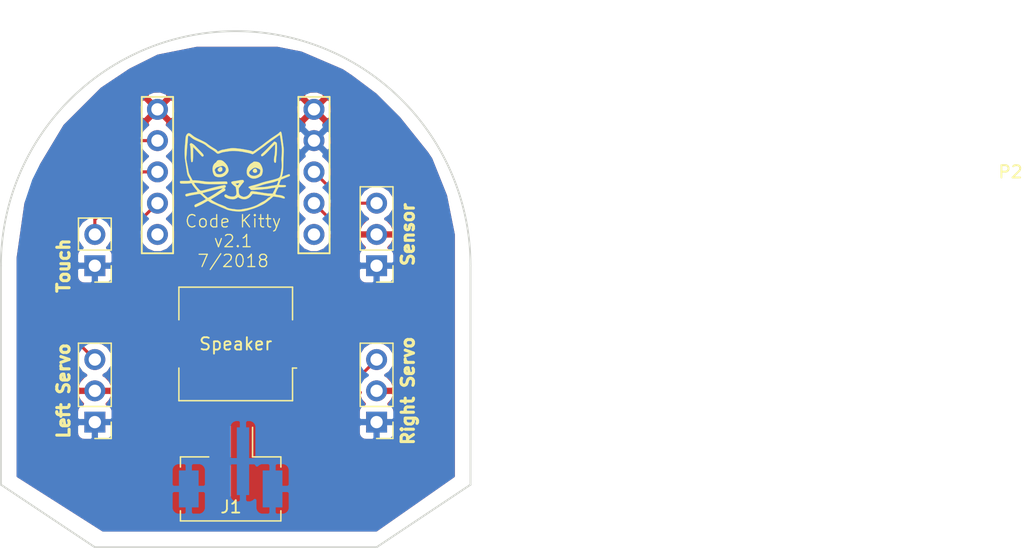
<source format=kicad_pcb>
(kicad_pcb (version 4) (host pcbnew 4.0.7)

  (general
    (links 18)
    (no_connects 1)
    (area 137.084999 105.22 220.251191 149.935001)
    (thickness 1.6)
    (drawings 11)
    (tracks 19)
    (zones 0)
    (modules 8)
    (nets 8)
  )

  (page A4)
  (layers
    (0 F.Cu signal)
    (31 B.Cu signal)
    (32 B.Adhes user)
    (33 F.Adhes user)
    (34 B.Paste user)
    (35 F.Paste user)
    (36 B.SilkS user)
    (37 F.SilkS user)
    (38 B.Mask user)
    (39 F.Mask user)
    (40 Dwgs.User user)
    (41 Cmts.User user)
    (42 Eco1.User user)
    (43 Eco2.User user)
    (44 Edge.Cuts user)
    (45 Margin user)
    (46 B.CrtYd user)
    (47 F.CrtYd user)
    (48 B.Fab user)
    (49 F.Fab user)
  )

  (setup
    (last_trace_width 0.25)
    (trace_clearance 0.2)
    (zone_clearance 0.508)
    (zone_45_only no)
    (trace_min 0.2)
    (segment_width 0.2)
    (edge_width 0.15)
    (via_size 0.6)
    (via_drill 0.4)
    (via_min_size 0.4)
    (via_min_drill 0.3)
    (uvia_size 0.3)
    (uvia_drill 0.1)
    (uvias_allowed no)
    (uvia_min_size 0.2)
    (uvia_min_drill 0.1)
    (pcb_text_width 0.3)
    (pcb_text_size 1.5 1.5)
    (mod_edge_width 0.15)
    (mod_text_size 1 1)
    (mod_text_width 0.15)
    (pad_size 1.6 3)
    (pad_drill 0)
    (pad_to_mask_clearance 0.0508)
    (aux_axis_origin 0 0)
    (visible_elements 7FFFF7FF)
    (pcbplotparams
      (layerselection 0x00030_80000001)
      (usegerberextensions false)
      (excludeedgelayer true)
      (linewidth 0.100000)
      (plotframeref false)
      (viasonmask false)
      (mode 1)
      (useauxorigin false)
      (hpglpennumber 1)
      (hpglpenspeed 20)
      (hpglpendiameter 15)
      (hpglpenoverlay 2)
      (psnegative false)
      (psa4output false)
      (plotreference true)
      (plotvalue true)
      (plotinvisibletext false)
      (padsonsilk false)
      (subtractmaskfromsilk false)
      (outputformat 1)
      (mirror false)
      (drillshape 0)
      (scaleselection 1)
      (outputdirectory ./))
  )

  (net 0 "")
  (net 1 VCC)
  (net 2 GND)
  (net 3 Touch)
  (net 4 LSERVO)
  (net 5 BUZZ)
  (net 6 RSERVO)
  (net 7 SENS)

  (net_class Default "This is the default net class."
    (clearance 0.2)
    (trace_width 0.25)
    (via_dia 0.6)
    (via_drill 0.4)
    (uvia_dia 0.3)
    (uvia_drill 0.1)
    (add_net BUZZ)
    (add_net GND)
    (add_net LSERVO)
    (add_net RSERVO)
    (add_net SENS)
    (add_net Touch)
    (add_net VCC)
  )

  (module Connectors_JST:JST_PH_B2B-PH-SM4-TB_02x2.00mm_Straight (layer F.Cu) (tedit 5B3BA9E3) (tstamp 5B1B89B7)
    (at 155.8 144 180)
    (descr "JST PH series connector, B2B-PH-SM4-TB, top entry type, surface mount, Datasheet: http://www.jst-mfg.com/product/pdf/eng/ePH.pdf")
    (tags "connector jst ph")
    (path /5B1AEDCC)
    (attr smd)
    (fp_text reference J1 (at -0.03 -2.59 180) (layer F.SilkS)
      (effects (font (size 1 1) (thickness 0.15)))
    )
    (fp_text value Power (at 0 4.875 180) (layer F.Fab)
      (effects (font (size 1 1) (thickness 0.15)))
    )
    (fp_line (start -4.075 -2.9) (end -4.075 -3.725) (layer F.SilkS) (width 0.12))
    (fp_line (start -4.075 -3.725) (end 4.075 -3.725) (layer F.SilkS) (width 0.12))
    (fp_line (start 4.075 -3.725) (end 4.075 -2.9) (layer F.SilkS) (width 0.12))
    (fp_line (start -4.075 0.65) (end -4.075 1.475) (layer F.SilkS) (width 0.12))
    (fp_line (start -4.075 1.475) (end -1.775 1.475) (layer F.SilkS) (width 0.12))
    (fp_line (start 4.075 0.65) (end 4.075 1.475) (layer F.SilkS) (width 0.12))
    (fp_line (start 4.075 1.475) (end 1.775 1.475) (layer F.SilkS) (width 0.12))
    (fp_line (start -3.975 -3.625) (end -3.975 1.375) (layer F.Fab) (width 0.1))
    (fp_line (start -3.975 1.375) (end 3.975 1.375) (layer F.Fab) (width 0.1))
    (fp_line (start 3.975 1.375) (end 3.975 -3.625) (layer F.Fab) (width 0.1))
    (fp_line (start 3.975 -3.625) (end -3.975 -3.625) (layer F.Fab) (width 0.1))
    (fp_line (start -1.775 1.475) (end -1.775 3.875) (layer F.SilkS) (width 0.12))
    (fp_line (start -2 1.375) (end -1 0.375) (layer F.Fab) (width 0.1))
    (fp_line (start -1 0.375) (end 0 1.375) (layer F.Fab) (width 0.1))
    (fp_line (start -4.7 -4.13) (end -4.7 4.38) (layer F.CrtYd) (width 0.05))
    (fp_line (start -4.7 4.38) (end 4.7 4.38) (layer F.CrtYd) (width 0.05))
    (fp_line (start 4.7 4.38) (end 4.7 -4.13) (layer F.CrtYd) (width 0.05))
    (fp_line (start 4.7 -4.13) (end -4.7 -4.13) (layer F.CrtYd) (width 0.05))
    (fp_text user %R (at 0 -2.625 180) (layer F.Fab)
      (effects (font (size 1 1) (thickness 0.15)))
    )
    (pad 1 smd rect (at -1 1.125 180) (size 1 5.5) (layers B.Cu F.Paste F.Mask)
      (net 2 GND))
    (pad 2 smd rect (at 1 1.125 180) (size 1 5.5) (layers F.Cu F.Paste F.Mask)
      (net 1 VCC))
    (pad "" smd rect (at -3.4 -1.125 180) (size 1.6 3) (layers B.Cu F.Paste F.Mask)
      (net 2 GND))
    (pad "" smd rect (at 3.4 -1.125 180) (size 1.6 3) (layers B.Cu F.Paste F.Mask)
      (net 2 GND))
    (model ${KISYS3DMOD}/Connectors_JST.3dshapes/JST_PH_B2B-PH-SM4-TB_02x2.00mm_Straight.wrl
      (at (xyz 0 0 0))
      (scale (xyz 1 1 1))
      (rotate (xyz 0 0 0))
    )
  )

  (module Buzzers_Beepers:Buzzer_Murata_PKMCS0909E4000-R1 (layer F.Cu) (tedit 5B3BAADE) (tstamp 5B1B89F4)
    (at 156.21 133.35 180)
    (descr "Murata Buzzer http://www.murata.com/en-us/api/pdfdownloadapi?cate=&partno=PKMCS0909E4000-R1")
    (tags "Murata Buzzer Beeper")
    (path /5B1A78C6)
    (attr smd)
    (fp_text reference Speaker (at 0 0 180) (layer F.SilkS)
      (effects (font (size 1 1) (thickness 0.15)))
    )
    (fp_text value PIEZO (at 0 5.5 180) (layer F.Fab) hide
      (effects (font (size 1 1) (thickness 0.15)))
    )
    (fp_line (start 5.25 1.95) (end 5.25 -1.95) (layer F.CrtYd) (width 0.05))
    (fp_line (start 4.75 1.95) (end 5.25 1.95) (layer F.CrtYd) (width 0.05))
    (fp_text user Speaker (at 0 0 180) (layer F.Fab)
      (effects (font (size 1 1) (thickness 0.15)))
    )
    (fp_line (start -4.5 -3.5) (end -3.5 -4.5) (layer F.Fab) (width 0.1))
    (fp_line (start -4.61 -1.96) (end -4.94 -1.96) (layer F.SilkS) (width 0.12))
    (fp_line (start -4.61 4.61) (end -4.61 1.96) (layer F.SilkS) (width 0.12))
    (fp_line (start 4.61 4.61) (end -4.61 4.61) (layer F.SilkS) (width 0.12))
    (fp_line (start 4.61 1.96) (end 4.61 4.61) (layer F.SilkS) (width 0.12))
    (fp_line (start 4.61 -4.61) (end 4.61 -1.96) (layer F.SilkS) (width 0.12))
    (fp_line (start -4.61 -4.61) (end 4.61 -4.61) (layer F.SilkS) (width 0.12))
    (fp_line (start -4.61 -1.96) (end -4.61 -4.61) (layer F.SilkS) (width 0.12))
    (fp_line (start 4.75 4.75) (end -4.75 4.75) (layer F.CrtYd) (width 0.05))
    (fp_line (start -4.75 -4.75) (end 4.75 -4.75) (layer F.CrtYd) (width 0.05))
    (fp_line (start 4.5 4.5) (end -4.5 4.5) (layer F.Fab) (width 0.1))
    (fp_line (start 4.5 -4.5) (end 4.5 4.5) (layer F.Fab) (width 0.1))
    (fp_line (start -3.5 -4.5) (end 4.5 -4.5) (layer F.Fab) (width 0.1))
    (fp_line (start 4.75 4.75) (end 4.75 1.95) (layer F.CrtYd) (width 0.05))
    (fp_line (start -4.5 4.5) (end -4.5 -3.5) (layer F.Fab) (width 0.1))
    (fp_line (start 4.75 -1.95) (end 4.75 -4.75) (layer F.CrtYd) (width 0.05))
    (fp_line (start 4.75 -1.95) (end 5.25 -1.95) (layer F.CrtYd) (width 0.05))
    (fp_line (start -4.75 -1.95) (end -4.75 -4.75) (layer F.CrtYd) (width 0.05))
    (fp_line (start -4.75 -1.95) (end -5.25 -1.95) (layer F.CrtYd) (width 0.05))
    (fp_line (start -5.25 1.95) (end -5.25 -1.95) (layer F.CrtYd) (width 0.05))
    (fp_line (start -4.75 1.95) (end -5.25 1.95) (layer F.CrtYd) (width 0.05))
    (fp_line (start -4.75 4.75) (end -4.75 1.95) (layer F.CrtYd) (width 0.05))
    (pad 1 smd rect (at -4.35 0 180) (size 1.3 3.4) (layers F.Cu F.Paste F.Mask)
      (net 5 BUZZ))
    (pad 2 smd rect (at 4.35 0 180) (size 1.3 3.4) (layers F.Cu F.Paste F.Mask)
      (net 2 GND))
    (model ${KISYS3DMOD}/Buzzers_Beepers.3dshapes/Buzzer_Murata_PKMCS0909E4000-R1.wrl
      (at (xyz 0 0 0))
      (scale (xyz 1 1 1))
      (rotate (xyz 0 0 0))
    )
  )

  (module Trinket-m0:Trinket-m0 (layer F.Cu) (tedit 5B37EE92) (tstamp 5B1B89D3)
    (at 148.59 105.67)
    (path /5B1A46EE)
    (fp_text reference m1 (at 7.62 25.14) (layer F.SilkS) hide
      (effects (font (size 1 1) (thickness 0.15)))
    )
    (fp_text value Trinket-m0 (at 7.62 7.62) (layer F.Fab)
      (effects (font (size 1 1) (thickness 0.15)))
    )
    (fp_line (start 12.7 7.62) (end 15.24 7.62) (layer F.SilkS) (width 0.15))
    (fp_line (start 15.24 7.62) (end 15.24 20.32) (layer F.SilkS) (width 0.15))
    (fp_line (start 15.24 20.32) (end 12.7 20.32) (layer F.SilkS) (width 0.15))
    (fp_line (start 12.7 20.32) (end 12.7 7.62) (layer F.SilkS) (width 0.15))
    (fp_line (start 0 7.62) (end 2.54 7.62) (layer F.SilkS) (width 0.15))
    (fp_line (start 2.54 7.62) (end 2.54 20.32) (layer F.SilkS) (width 0.15))
    (fp_line (start 2.54 20.32) (end 0 20.32) (layer F.SilkS) (width 0.15))
    (fp_line (start 0 20.32) (end 0 7.62) (layer F.SilkS) (width 0.15))
    (pad 6 thru_hole circle (at 1.27 8.63) (size 1.7 1.7) (drill 1) (layers *.Cu *.Mask)
      (net 1 VCC))
    (pad 7 thru_hole circle (at 1.27 11.17) (size 1.7 1.7) (drill 1) (layers *.Cu *.Mask)
      (net 4 LSERVO))
    (pad 8 thru_hole circle (at 1.27 13.71) (size 1.7 1.7) (drill 1) (layers *.Cu *.Mask)
      (net 3 Touch))
    (pad 9 thru_hole circle (at 1.27 16.25) (size 1.7 1.7) (drill 1) (layers *.Cu *.Mask)
      (net 6 RSERVO))
    (pad 10 thru_hole circle (at 1.27 18.79) (size 1.7 1.7) (drill 1) (layers *.Cu *.Mask))
    (pad 1 thru_hole circle (at 13.97 8.63) (size 1.7 1.7) (drill 1) (layers *.Cu *.Mask)
      (net 1 VCC))
    (pad 2 thru_hole circle (at 13.97 11.17) (size 1.7 1.7) (drill 1) (layers *.Cu *.Mask)
      (net 2 GND))
    (pad 3 thru_hole circle (at 13.97 13.71) (size 1.7 1.7) (drill 1) (layers *.Cu *.Mask)
      (net 7 SENS))
    (pad 4 thru_hole circle (at 13.97 16.25) (size 1.7 1.7) (drill 1) (layers *.Cu *.Mask)
      (net 5 BUZZ))
    (pad 5 thru_hole circle (at 13.97 18.79) (size 1.7 1.7) (drill 1) (layers *.Cu *.Mask))
  )

  (module Pin_Headers:Pin_Header_Straight_1x02_Pitch2.54mm (layer F.Cu) (tedit 5B3BAA75) (tstamp 5B1B89BD)
    (at 144.78 127 180)
    (descr "Through hole straight pin header, 1x02, 2.54mm pitch, single row")
    (tags "Through hole pin header THT 1x02 2.54mm single row")
    (path /5B1AB1F8)
    (fp_text reference P4 (at 0 -2.33 180) (layer F.SilkS) hide
      (effects (font (size 1 1) (thickness 0.15)))
    )
    (fp_text value Touch (at 2.57048 1.22936 270) (layer F.Fab) hide
      (effects (font (size 1 1) (thickness 0.15)))
    )
    (fp_line (start -0.635 -1.27) (end 1.27 -1.27) (layer F.Fab) (width 0.1))
    (fp_line (start 1.27 -1.27) (end 1.27 3.81) (layer F.Fab) (width 0.1))
    (fp_line (start 1.27 3.81) (end -1.27 3.81) (layer F.Fab) (width 0.1))
    (fp_line (start -1.27 3.81) (end -1.27 -0.635) (layer F.Fab) (width 0.1))
    (fp_line (start -1.27 -0.635) (end -0.635 -1.27) (layer F.Fab) (width 0.1))
    (fp_line (start -1.33 3.87) (end 1.33 3.87) (layer F.SilkS) (width 0.12))
    (fp_line (start -1.33 1.27) (end -1.33 3.87) (layer F.SilkS) (width 0.12))
    (fp_line (start 1.33 1.27) (end 1.33 3.87) (layer F.SilkS) (width 0.12))
    (fp_line (start -1.33 1.27) (end 1.33 1.27) (layer F.SilkS) (width 0.12))
    (fp_line (start -1.33 0) (end -1.33 -1.33) (layer F.SilkS) (width 0.12))
    (fp_line (start -1.33 -1.33) (end 0 -1.33) (layer F.SilkS) (width 0.12))
    (fp_line (start -1.8 -1.8) (end -1.8 4.35) (layer F.CrtYd) (width 0.05))
    (fp_line (start -1.8 4.35) (end 1.8 4.35) (layer F.CrtYd) (width 0.05))
    (fp_line (start 1.8 4.35) (end 1.8 -1.8) (layer F.CrtYd) (width 0.05))
    (fp_line (start 1.8 -1.8) (end -1.8 -1.8) (layer F.CrtYd) (width 0.05))
    (fp_text user %R (at 0 1.27 270) (layer F.Fab)
      (effects (font (size 1 1) (thickness 0.15)))
    )
    (pad 1 thru_hole rect (at 0 0 180) (size 1.7 1.7) (drill 1) (layers *.Cu *.Mask)
      (net 2 GND))
    (pad 2 thru_hole oval (at 0 2.54 180) (size 1.7 1.7) (drill 1) (layers *.Cu *.Mask)
      (net 3 Touch))
    (model ${KISYS3DMOD}/Pin_Headers.3dshapes/Pin_Header_Straight_1x02_Pitch2.54mm.wrl
      (at (xyz 0 0 0))
      (scale (xyz 1 1 1))
      (rotate (xyz 0 0 0))
    )
  )

  (module Pin_Headers:Pin_Header_Straight_1x03_Pitch2.54mm (layer F.Cu) (tedit 5B3BAA85) (tstamp 5B1B89DA)
    (at 144.78 139.7 180)
    (descr "Through hole straight pin header, 1x03, 2.54mm pitch, single row")
    (tags "Through hole pin header THT 1x03 2.54mm single row")
    (path /5B1A78BE)
    (fp_text reference P1 (at 0 -2.33 180) (layer F.SilkS) hide
      (effects (font (size 1 1) (thickness 0.15)))
    )
    (fp_text value "Left Servo" (at 2.794 2.7432 270) (layer F.Fab) hide
      (effects (font (size 1 1) (thickness 0.15)))
    )
    (fp_line (start -0.635 -1.27) (end 1.27 -1.27) (layer F.Fab) (width 0.1))
    (fp_line (start 1.27 -1.27) (end 1.27 6.35) (layer F.Fab) (width 0.1))
    (fp_line (start 1.27 6.35) (end -1.27 6.35) (layer F.Fab) (width 0.1))
    (fp_line (start -1.27 6.35) (end -1.27 -0.635) (layer F.Fab) (width 0.1))
    (fp_line (start -1.27 -0.635) (end -0.635 -1.27) (layer F.Fab) (width 0.1))
    (fp_line (start -1.33 6.41) (end 1.33 6.41) (layer F.SilkS) (width 0.12))
    (fp_line (start -1.33 1.27) (end -1.33 6.41) (layer F.SilkS) (width 0.12))
    (fp_line (start 1.33 1.27) (end 1.33 6.41) (layer F.SilkS) (width 0.12))
    (fp_line (start -1.33 1.27) (end 1.33 1.27) (layer F.SilkS) (width 0.12))
    (fp_line (start -1.33 0) (end -1.33 -1.33) (layer F.SilkS) (width 0.12))
    (fp_line (start -1.33 -1.33) (end 0 -1.33) (layer F.SilkS) (width 0.12))
    (fp_line (start -1.8 -1.8) (end -1.8 6.85) (layer F.CrtYd) (width 0.05))
    (fp_line (start -1.8 6.85) (end 1.8 6.85) (layer F.CrtYd) (width 0.05))
    (fp_line (start 1.8 6.85) (end 1.8 -1.8) (layer F.CrtYd) (width 0.05))
    (fp_line (start 1.8 -1.8) (end -1.8 -1.8) (layer F.CrtYd) (width 0.05))
    (fp_text user %R (at 0 2.54 270) (layer F.Fab)
      (effects (font (size 1 1) (thickness 0.15)))
    )
    (pad 1 thru_hole rect (at 0 0 180) (size 1.7 1.7) (drill 1) (layers *.Cu *.Mask)
      (net 2 GND))
    (pad 2 thru_hole oval (at 0 2.54 180) (size 1.7 1.7) (drill 1) (layers *.Cu *.Mask)
      (net 1 VCC))
    (pad 3 thru_hole oval (at 0 5.08 180) (size 1.7 1.7) (drill 1) (layers *.Cu *.Mask)
      (net 4 LSERVO))
    (model ${KISYS3DMOD}/Pin_Headers.3dshapes/Pin_Header_Straight_1x03_Pitch2.54mm.wrl
      (at (xyz 0 0 0))
      (scale (xyz 1 1 1))
      (rotate (xyz 0 0 0))
    )
  )

  (module Pin_Headers:Pin_Header_Straight_1x03_Pitch2.54mm (layer F.Cu) (tedit 5B2434BD) (tstamp 5B1B89E1)
    (at 167.64 139.7 180)
    (descr "Through hole straight pin header, 1x03, 2.54mm pitch, single row")
    (tags "Through hole pin header THT 1x03 2.54mm single row")
    (path /5B1A78BD)
    (fp_text reference P2 (at -51.435 20.32 180) (layer F.SilkS)
      (effects (font (size 1 1) (thickness 0.15)))
    )
    (fp_text value "Right Servo" (at -2.8702 2.68732 270) (layer F.Fab) hide
      (effects (font (size 1 1) (thickness 0.15)))
    )
    (fp_line (start -0.635 -1.27) (end 1.27 -1.27) (layer F.Fab) (width 0.1))
    (fp_line (start 1.27 -1.27) (end 1.27 6.35) (layer F.Fab) (width 0.1))
    (fp_line (start 1.27 6.35) (end -1.27 6.35) (layer F.Fab) (width 0.1))
    (fp_line (start -1.27 6.35) (end -1.27 -0.635) (layer F.Fab) (width 0.1))
    (fp_line (start -1.27 -0.635) (end -0.635 -1.27) (layer F.Fab) (width 0.1))
    (fp_line (start -1.33 6.41) (end 1.33 6.41) (layer F.SilkS) (width 0.12))
    (fp_line (start -1.33 1.27) (end -1.33 6.41) (layer F.SilkS) (width 0.12))
    (fp_line (start 1.33 1.27) (end 1.33 6.41) (layer F.SilkS) (width 0.12))
    (fp_line (start -1.33 1.27) (end 1.33 1.27) (layer F.SilkS) (width 0.12))
    (fp_line (start -1.33 0) (end -1.33 -1.33) (layer F.SilkS) (width 0.12))
    (fp_line (start -1.33 -1.33) (end 0 -1.33) (layer F.SilkS) (width 0.12))
    (fp_line (start -1.8 -1.8) (end -1.8 6.85) (layer F.CrtYd) (width 0.05))
    (fp_line (start -1.8 6.85) (end 1.8 6.85) (layer F.CrtYd) (width 0.05))
    (fp_line (start 1.8 6.85) (end 1.8 -1.8) (layer F.CrtYd) (width 0.05))
    (fp_line (start 1.8 -1.8) (end -1.8 -1.8) (layer F.CrtYd) (width 0.05))
    (fp_text user %R (at 0 2.54 270) (layer F.Fab)
      (effects (font (size 1 1) (thickness 0.15)))
    )
    (pad 1 thru_hole rect (at 0 0 180) (size 1.7 1.7) (drill 1) (layers *.Cu *.Mask)
      (net 2 GND))
    (pad 2 thru_hole oval (at 0 2.54 180) (size 1.7 1.7) (drill 1) (layers *.Cu *.Mask)
      (net 1 VCC))
    (pad 3 thru_hole oval (at 0 5.08 180) (size 1.7 1.7) (drill 1) (layers *.Cu *.Mask)
      (net 6 RSERVO))
    (model ${KISYS3DMOD}/Pin_Headers.3dshapes/Pin_Header_Straight_1x03_Pitch2.54mm.wrl
      (at (xyz 0 0 0))
      (scale (xyz 1 1 1))
      (rotate (xyz 0 0 0))
    )
  )

  (module Pin_Headers:Pin_Header_Straight_1x03_Pitch2.54mm (layer F.Cu) (tedit 5B3BAA65) (tstamp 5B1B89E8)
    (at 167.64 127 180)
    (descr "Through hole straight pin header, 1x03, 2.54mm pitch, single row")
    (tags "Through hole pin header THT 1x03 2.54mm single row")
    (path /5B1A78C8)
    (fp_text reference P3 (at 0 -2.33 180) (layer F.SilkS) hide
      (effects (font (size 1 1) (thickness 0.15)))
    )
    (fp_text value Sensor (at -2.62636 2.40284 270) (layer F.Fab) hide
      (effects (font (size 1 1) (thickness 0.15)))
    )
    (fp_line (start -0.635 -1.27) (end 1.27 -1.27) (layer F.Fab) (width 0.1))
    (fp_line (start 1.27 -1.27) (end 1.27 6.35) (layer F.Fab) (width 0.1))
    (fp_line (start 1.27 6.35) (end -1.27 6.35) (layer F.Fab) (width 0.1))
    (fp_line (start -1.27 6.35) (end -1.27 -0.635) (layer F.Fab) (width 0.1))
    (fp_line (start -1.27 -0.635) (end -0.635 -1.27) (layer F.Fab) (width 0.1))
    (fp_line (start -1.33 6.41) (end 1.33 6.41) (layer F.SilkS) (width 0.12))
    (fp_line (start -1.33 1.27) (end -1.33 6.41) (layer F.SilkS) (width 0.12))
    (fp_line (start 1.33 1.27) (end 1.33 6.41) (layer F.SilkS) (width 0.12))
    (fp_line (start -1.33 1.27) (end 1.33 1.27) (layer F.SilkS) (width 0.12))
    (fp_line (start -1.33 0) (end -1.33 -1.33) (layer F.SilkS) (width 0.12))
    (fp_line (start -1.33 -1.33) (end 0 -1.33) (layer F.SilkS) (width 0.12))
    (fp_line (start -1.8 -1.8) (end -1.8 6.85) (layer F.CrtYd) (width 0.05))
    (fp_line (start -1.8 6.85) (end 1.8 6.85) (layer F.CrtYd) (width 0.05))
    (fp_line (start 1.8 6.85) (end 1.8 -1.8) (layer F.CrtYd) (width 0.05))
    (fp_line (start 1.8 -1.8) (end -1.8 -1.8) (layer F.CrtYd) (width 0.05))
    (fp_text user %R (at 0 2.54 270) (layer F.Fab)
      (effects (font (size 1 1) (thickness 0.15)))
    )
    (pad 1 thru_hole rect (at 0 0 180) (size 1.7 1.7) (drill 1) (layers *.Cu *.Mask)
      (net 2 GND))
    (pad 2 thru_hole oval (at 0 2.54 180) (size 1.7 1.7) (drill 1) (layers *.Cu *.Mask)
      (net 1 VCC))
    (pad 3 thru_hole oval (at 0 5.08 180) (size 1.7 1.7) (drill 1) (layers *.Cu *.Mask)
      (net 7 SENS))
    (model ${KISYS3DMOD}/Pin_Headers.3dshapes/Pin_Header_Straight_1x03_Pitch2.54mm.wrl
      (at (xyz 0 0 0))
      (scale (xyz 1 1 1))
      (rotate (xyz 0 0 0))
    )
  )

  (module nano-breakout-master:CKlogo (layer F.Cu) (tedit 0) (tstamp 5B1BBD8E)
    (at 156 119.38)
    (fp_text reference G*** (at 0 -2.54) (layer F.SilkS) hide
      (effects (font (thickness 0.3)))
    )
    (fp_text value LOGO (at 0.75 0) (layer F.SilkS) hide
      (effects (font (thickness 0.3)))
    )
    (fp_poly (pts (xy 3.878256 -3.26461) (xy 3.905344 -3.222853) (xy 3.929264 -3.142637) (xy 3.952685 -3.019892)
      (xy 3.977661 -2.854896) (xy 3.998058 -2.710008) (xy 4.017069 -2.571974) (xy 4.032931 -2.453808)
      (xy 4.04388 -2.368524) (xy 4.046151 -2.3495) (xy 4.057284 -2.260071) (xy 4.072811 -2.144452)
      (xy 4.089497 -2.026679) (xy 4.090578 -2.0193) (xy 4.105684 -1.855219) (xy 4.108013 -1.672173)
      (xy 4.103551 -1.5748) (xy 4.098205 -1.475482) (xy 4.092982 -1.337184) (xy 4.088211 -1.171726)
      (xy 4.084223 -0.990927) (xy 4.081349 -0.806607) (xy 4.080849 -0.762) (xy 4.072954 -0.442386)
      (xy 4.056192 -0.17098) (xy 4.030364 0.054064) (xy 3.995267 0.234592) (xy 3.959973 0.349282)
      (xy 3.947943 0.393648) (xy 3.96226 0.401651) (xy 3.968276 0.399625) (xy 4.003676 0.385749)
      (xy 4.075614 0.357507) (xy 4.173347 0.319117) (xy 4.277224 0.2783) (xy 4.395466 0.232328)
      (xy 4.475565 0.203531) (xy 4.526518 0.190157) (xy 4.557326 0.190458) (xy 4.576986 0.202682)
      (xy 4.589108 0.217633) (xy 4.616523 0.278021) (xy 4.597537 0.32566) (xy 4.530097 0.365112)
      (xy 4.5212 0.36856) (xy 4.46169 0.391701) (xy 4.368771 0.428678) (xy 4.256035 0.474054)
      (xy 4.156858 0.514318) (xy 3.881416 0.626606) (xy 3.807608 0.810312) (xy 3.772338 0.902445)
      (xy 3.746243 0.978897) (xy 3.734125 1.025398) (xy 3.7338 1.02955) (xy 3.74482 1.046236)
      (xy 3.782754 1.057974) (xy 3.854908 1.06591) (xy 3.968592 1.071186) (xy 4.00685 1.07229)
      (xy 4.12747 1.076036) (xy 4.206495 1.081047) (xy 4.253125 1.089426) (xy 4.276558 1.10328)
      (xy 4.285992 1.12471) (xy 4.288011 1.136609) (xy 4.282257 1.178898) (xy 4.247653 1.209374)
      (xy 4.17893 1.229501) (xy 4.070818 1.240744) (xy 3.918049 1.244569) (xy 3.899624 1.2446)
      (xy 3.78217 1.245046) (xy 3.706917 1.247648) (xy 3.665268 1.254303) (xy 3.648625 1.266907)
      (xy 3.648388 1.287356) (xy 3.651279 1.299371) (xy 3.65396 1.3368) (xy 3.640851 1.338846)
      (xy 3.62193 1.354483) (xy 3.589776 1.408635) (xy 3.549206 1.492337) (xy 3.513129 1.576513)
      (xy 3.467642 1.685969) (xy 3.440196 1.760693) (xy 3.436301 1.808401) (xy 3.461466 1.836811)
      (xy 3.521201 1.853637) (xy 3.621016 1.866596) (xy 3.729004 1.878836) (xy 3.838925 1.895847)
      (xy 3.939219 1.918185) (xy 4.011323 1.941569) (xy 4.021104 1.94619) (xy 4.086771 1.97992)
      (xy 4.137397 2.005086) (xy 4.1402 2.00642) (xy 4.171061 2.042924) (xy 4.186697 2.095444)
      (xy 4.18948 2.137862) (xy 4.176274 2.156558) (xy 4.134716 2.157567) (xy 4.074959 2.149999)
      (xy 3.997254 2.135225) (xy 3.939251 2.116846) (xy 3.924962 2.10875) (xy 3.88876 2.095301)
      (xy 3.813829 2.078051) (xy 3.711858 2.059425) (xy 3.617786 2.045038) (xy 3.50125 2.028061)
      (xy 3.400971 2.012311) (xy 3.329152 1.999772) (xy 3.300485 1.993419) (xy 3.256663 2.002254)
      (xy 3.203431 2.042598) (xy 3.198699 2.047576) (xy 3.147814 2.0961) (xy 3.066338 2.166586)
      (xy 2.96453 2.250798) (xy 2.852649 2.340499) (xy 2.740953 2.427454) (xy 2.639702 2.503426)
      (xy 2.5654 2.555999) (xy 2.464118 2.616701) (xy 2.327633 2.68794) (xy 2.168833 2.763898)
      (xy 2.000609 2.838755) (xy 1.835852 2.90669) (xy 1.68745 2.961884) (xy 1.612682 2.986147)
      (xy 1.477295 3.026797) (xy 1.321941 3.073526) (xy 1.175282 3.11771) (xy 1.143 3.127449)
      (xy 0.839912 3.193673) (xy 0.510745 3.217692) (xy 0.157786 3.199443) (xy -0.1016 3.161598)
      (xy -0.23315 3.135941) (xy -0.351318 3.109796) (xy -0.444658 3.085911) (xy -0.501724 3.067036)
      (xy -0.508 3.063981) (xy -0.558539 3.039718) (xy -0.642731 3.003084) (xy -0.746826 2.959962)
      (xy -0.8128 2.933547) (xy -0.946839 2.878509) (xy -1.101014 2.812) (xy -1.249932 2.745075)
      (xy -1.3081 2.717941) (xy -1.423358 2.66482) (xy -1.53278 2.616961) (xy -1.621629 2.580679)
      (xy -1.6637 2.565549) (xy -1.742399 2.532092) (xy -1.835332 2.480653) (xy -1.891902 2.443597)
      (xy -1.962977 2.395987) (xy -2.019139 2.363499) (xy -2.044302 2.353969) (xy -2.078233 2.366613)
      (xy -2.140216 2.399211) (xy -2.202687 2.436111) (xy -2.393778 2.550472) (xy -2.558344 2.641384)
      (xy -2.6416 2.683059) (xy -2.789327 2.752785) (xy -2.898198 2.802943) (xy -2.975087 2.836085)
      (xy -3.026869 2.854764) (xy -3.060419 2.861534) (xy -3.08261 2.858946) (xy -3.096572 2.852002)
      (xy -3.126112 2.809797) (xy -3.1369 2.753131) (xy -3.131562 2.710655) (xy -3.108626 2.677626)
      (xy -3.057711 2.644149) (xy -2.9845 2.607864) (xy -2.806162 2.522908) (xy -2.641278 2.442653)
      (xy -2.497548 2.370956) (xy -2.382671 2.311669) (xy -2.304348 2.268649) (xy -2.29119 2.260769)
      (xy -2.207479 2.209135) (xy -2.31659 2.113293) (xy -2.396097 2.041902) (xy -2.48844 1.956775)
      (xy -2.5527 1.896228) (xy -2.625625 1.83046) (xy -2.677994 1.79567) (xy -2.722954 1.784825)
      (xy -2.7559 1.787521) (xy -2.998617 1.828045) (xy -3.196677 1.862648) (xy -3.355737 1.892422)
      (xy -3.481456 1.918456) (xy -3.579491 1.94184) (xy -3.631166 1.956171) (xy -3.719912 1.981227)
      (xy -3.774422 1.991075) (xy -3.808791 1.986149) (xy -3.837114 1.966886) (xy -3.841834 1.962677)
      (xy -3.876237 1.906326) (xy -3.8742 1.846394) (xy -3.836531 1.802967) (xy -3.8354 1.802395)
      (xy -3.779145 1.78273) (xy -3.68314 1.757857) (xy -3.557885 1.73004) (xy -3.54146 1.72679)
      (xy -2.48415 1.72679) (xy -2.4608 1.755984) (xy -2.408835 1.807546) (xy -2.338071 1.872899)
      (xy -2.258326 1.943465) (xy -2.179416 2.010667) (xy -2.111157 2.065928) (xy -2.063367 2.100671)
      (xy -2.047619 2.1082) (xy -2.015442 2.09573) (xy -1.949389 2.06171) (xy -1.858843 2.011216)
      (xy -1.753189 1.94933) (xy -1.744593 1.944176) (xy -1.625868 1.872004) (xy -1.510271 1.800232)
      (xy -1.411816 1.737645) (xy -1.349584 1.696526) (xy -1.272126 1.643558) (xy -1.170317 1.574159)
      (xy -1.06186 1.50039) (xy -1.021817 1.4732) (xy -0.938648 1.41385) (xy -0.878771 1.365375)
      (xy -0.849428 1.334013) (xy -0.850546 1.32566) (xy -0.884024 1.329197) (xy -0.958685 1.343165)
      (xy -1.066429 1.365673) (xy -1.199157 1.394828) (xy -1.348768 1.428739) (xy -1.507164 1.465514)
      (xy -1.666244 1.503261) (xy -1.817908 1.540087) (xy -1.954057 1.574103) (xy -2.066592 1.603414)
      (xy -2.147412 1.626131) (xy -2.175254 1.635072) (xy -2.268711 1.662938) (xy -2.369209 1.685863)
      (xy -2.382885 1.688303) (xy -2.446996 1.703486) (xy -2.48185 1.720356) (xy -2.48415 1.72679)
      (xy -3.54146 1.72679) (xy -3.413878 1.701546) (xy -3.261618 1.67464) (xy -3.190775 1.663277)
      (xy -3.080494 1.644869) (xy -2.987288 1.626825) (xy -2.923869 1.611736) (xy -2.905187 1.605059)
      (xy -2.898888 1.585588) (xy -2.918136 1.54438) (xy -2.965872 1.476872) (xy -3.045039 1.3785)
      (xy -3.072192 1.346047) (xy -3.155539 1.243674) (xy -3.230494 1.145529) (xy -3.28849 1.063211)
      (xy -3.31968 1.011056) (xy -3.3655 0.915679) (xy -3.5433 0.934089) (xy -3.648197 0.942104)
      (xy -3.782327 0.948353) (xy -3.924132 0.95196) (xy -3.995106 0.9525) (xy -4.123554 0.950978)
      (xy -4.209754 0.945692) (xy -4.262185 0.935556) (xy -4.289329 0.919486) (xy -4.293167 0.9144)
      (xy -4.3144 0.853772) (xy -4.313561 0.790541) (xy -4.291186 0.748509) (xy -4.289398 0.74732)
      (xy -4.25431 0.740973) (xy -4.179096 0.736376) (xy -4.074414 0.733925) (xy -3.950919 0.734016)
      (xy -3.936188 0.734205) (xy -3.806714 0.734669) (xy -3.690428 0.732606) (xy -3.599621 0.7284)
      (xy -3.546586 0.722431) (xy -3.544915 0.722035) (xy -3.508041 0.707208) (xy -3.492341 0.681415)
      (xy -3.499446 0.637364) (xy -3.530985 0.56776) (xy -3.588589 0.46531) (xy -3.610601 0.42808)
      (xy -3.649482 0.359973) (xy -3.679088 0.298147) (xy -3.702473 0.231785) (xy -3.722695 0.15007)
      (xy -3.742808 0.042187) (xy -3.76587 -0.10268) (xy -3.772072 -0.14342) (xy -3.798691 -0.317985)
      (xy -3.828279 -0.510242) (xy -3.857543 -0.698889) (xy -3.883188 -0.862623) (xy -3.887355 -0.889)
      (xy -3.910366 -1.078125) (xy -3.798874 -1.078125) (xy -3.787204 -0.965591) (xy -3.76216 -0.810386)
      (xy -3.723333 -0.609548) (xy -3.720569 -0.596045) (xy -3.689755 -0.442252) (xy -3.662048 -0.297108)
      (xy -3.639414 -0.171442) (xy -3.623816 -0.076084) (xy -3.61776 -0.029299) (xy -3.59842 0.061946)
      (xy -3.560329 0.167281) (xy -3.530765 0.2286) (xy -3.476304 0.329833) (xy -3.414665 0.446522)
      (xy -3.372806 0.52705) (xy -3.291097 0.6858) (xy -3.092301 0.6858) (xy -2.997137 0.689753)
      (xy -2.865981 0.700652) (xy -2.712942 0.717057) (xy -2.552131 0.737525) (xy -2.469102 0.749449)
      (xy -2.343852 0.767914) (xy -2.23791 0.78218) (xy -2.142464 0.792566) (xy -2.048702 0.799393)
      (xy -1.947811 0.802982) (xy -1.830979 0.803655) (xy -1.689394 0.80173) (xy -1.514243 0.79753)
      (xy -1.3081 0.791706) (xy -1.117985 0.786599) (xy -0.943108 0.78269) (xy -0.790279 0.78007)
      (xy -0.666308 0.778828) (xy -0.578006 0.779053) (xy -0.532182 0.780836) (xy -0.528501 0.78144)
      (xy -0.494138 0.812049) (xy -0.469515 0.869164) (xy -0.461499 0.929391) (xy -0.474074 0.966833)
      (xy -0.50405 0.972644) (xy -0.578485 0.978634) (xy -0.691042 0.98454) (xy -0.83538 0.990095)
      (xy -1.005161 0.995037) (xy -1.194048 0.999101) (xy -1.283094 1.000566) (xy -1.538326 1.003672)
      (xy -1.752167 1.004315) (xy -1.933992 1.001953) (xy -2.093173 0.996041) (xy -2.239083 0.986035)
      (xy -2.381096 0.971392) (xy -2.528586 0.951569) (xy -2.690925 0.926021) (xy -2.7559 0.915132)
      (xy -2.868359 0.900254) (xy -2.986927 0.890843) (xy -3.04423 0.889147) (xy -3.180159 0.889)
      (xy -3.12043 0.9895) (xy -3.064257 1.073938) (xy -2.989327 1.172987) (xy -2.905003 1.275701)
      (xy -2.820648 1.371131) (xy -2.745626 1.448331) (xy -2.689301 1.496354) (xy -2.683914 1.499838)
      (xy -2.658955 1.514535) (xy -2.634496 1.524627) (xy -2.604495 1.529018) (xy -2.56291 1.526615)
      (xy -2.503697 1.516323) (xy -2.420814 1.497047) (xy -2.308218 1.467692) (xy -2.159866 1.427164)
      (xy -1.969716 1.374369) (xy -1.929609 1.363207) (xy -1.759435 1.316721) (xy -1.576257 1.268138)
      (xy -1.398284 1.2222) (xy -1.243724 1.183645) (xy -1.193009 1.171465) (xy -1.008568 1.128886)
      (xy -0.867266 1.099424) (xy -0.763198 1.082945) (xy -0.690462 1.07932) (xy -0.643153 1.088416)
      (xy -0.615369 1.110103) (xy -0.601204 1.144249) (xy -0.59851 1.158242) (xy -0.606077 1.235201)
      (xy -0.654048 1.283517) (xy -0.718444 1.29769) (xy -0.8001 1.299981) (xy -0.71755 1.323817)
      (xy -0.661078 1.3468) (xy -0.638538 1.383943) (xy -0.635 1.436454) (xy -0.642829 1.50205)
      (xy -0.673882 1.537805) (xy -0.701174 1.550416) (xy -0.74534 1.573003) (xy -0.822312 1.618213)
      (xy -0.922734 1.680326) (xy -1.037251 1.753625) (xy -1.088524 1.787177) (xy -1.220529 1.872862)
      (xy -1.356308 1.958802) (xy -1.481632 2.036125) (xy -1.582274 2.095961) (xy -1.6002 2.106185)
      (xy -1.689172 2.157268) (xy -1.761265 2.200366) (xy -1.804806 2.228438) (xy -1.811253 2.233519)
      (xy -1.798654 2.252391) (xy -1.749071 2.288789) (xy -1.671148 2.337904) (xy -1.573528 2.394927)
      (xy -1.464854 2.455049) (xy -1.35377 2.513462) (xy -1.248918 2.565355) (xy -1.158942 2.605921)
      (xy -1.1049 2.626522) (xy -1.025577 2.654643) (xy -0.92821 2.692082) (xy -0.824648 2.733899)
      (xy -0.726738 2.775153) (xy -0.646327 2.810903) (xy -0.595262 2.836207) (xy -0.584129 2.843714)
      (xy -0.507949 2.89703) (xy -0.386473 2.944108) (xy -0.225 2.983281) (xy -0.058174 3.009375)
      (xy 0.06748 3.025029) (xy 0.181453 3.039281) (xy 0.270343 3.050454) (xy 0.3175 3.056446)
      (xy 0.387157 3.059924) (xy 0.482603 3.058085) (xy 0.584939 3.05206) (xy 0.675267 3.04298)
      (xy 0.734691 3.031976) (xy 0.7366 3.031366) (xy 0.777435 3.022173) (xy 0.855121 3.008078)
      (xy 0.956232 2.991448) (xy 1.011966 2.982832) (xy 1.172549 2.951801) (xy 1.352111 2.906017)
      (xy 1.53701 2.849956) (xy 1.713604 2.788088) (xy 1.86825 2.724887) (xy 1.987307 2.664825)
      (xy 1.9939 2.660888) (xy 2.041052 2.632141) (xy 2.115139 2.586761) (xy 2.1971 2.536429)
      (xy 2.29165 2.481338) (xy 2.385399 2.43162) (xy 2.449141 2.401923) (xy 2.565999 2.337503)
      (xy 2.707674 2.229986) (xy 2.827505 2.123489) (xy 2.877915 2.08358) (xy 2.913962 2.06778)
      (xy 2.919063 2.068903) (xy 2.94792 2.060775) (xy 2.992078 2.024591) (xy 2.997935 2.018517)
      (xy 3.056855 1.9558) (xy 2.969877 1.952792) (xy 2.904667 1.951792) (xy 2.862965 1.953405)
      (xy 2.861204 1.953673) (xy 2.829707 1.950961) (xy 2.757548 1.940887) (xy 2.654103 1.924873)
      (xy 2.528745 1.90434) (xy 2.467504 1.893975) (xy 2.318257 1.869653) (xy 2.170071 1.847584)
      (xy 2.03804 1.829881) (xy 1.937259 1.81866) (xy 1.919357 1.817163) (xy 1.815889 1.808041)
      (xy 1.720821 1.797372) (xy 1.660887 1.788496) (xy 1.607457 1.78334) (xy 1.570147 1.799692)
      (xy 1.531918 1.847482) (xy 1.515237 1.873362) (xy 1.398219 2.01423) (xy 1.248609 2.125757)
      (xy 1.079089 2.199905) (xy 0.961037 2.224631) (xy 0.817006 2.221195) (xy 0.661283 2.184091)
      (xy 0.514249 2.119049) (xy 0.457734 2.08318) (xy 0.40887 2.054391) (xy 0.382498 2.050545)
      (xy 0.381 2.054599) (xy 0.359444 2.084731) (xy 0.304226 2.124206) (xy 0.229517 2.165263)
      (xy 0.14949 2.200144) (xy 0.078318 2.22109) (xy 0.0762 2.221468) (xy -0.04226 2.227725)
      (xy -0.186126 2.214324) (xy -0.335564 2.184711) (xy -0.470738 2.14233) (xy -0.528801 2.116393)
      (xy -0.627992 2.059515) (xy -0.685334 2.009158) (xy -0.707506 1.95682) (xy -0.701757 1.896231)
      (xy -0.668278 1.843427) (xy -0.60986 1.828667) (xy -0.535512 1.852202) (xy -0.480659 1.890036)
      (xy -0.395171 1.939453) (xy -0.27657 1.978279) (xy -0.142203 2.001781) (xy -0.053341 2.0066)
      (xy 0.080258 1.991885) (xy 0.176292 1.946334) (xy 0.239097 1.867837) (xy 0.241405 1.86309)
      (xy 0.259971 1.817811) (xy 0.269778 1.770922) (xy 0.271154 1.710099) (xy 0.264424 1.623015)
      (xy 0.25089 1.505294) (xy 0.21806 1.236672) (xy 0.033717 1.081886) (xy -0.074345 0.983714)
      (xy -0.095298 0.957956) (xy 0.2032 0.957956) (xy 0.213112 0.978168) (xy 0.249072 1.014781)
      (xy 0.295863 1.054569) (xy 0.338266 1.084309) (xy 0.357522 1.092073) (xy 0.383076 1.075276)
      (xy 0.423593 1.03505) (xy 0.479075 0.969689) (xy 0.495699 0.933483) (xy 0.470111 0.920333)
      (xy 0.398962 0.924143) (xy 0.364798 0.928096) (xy 0.282988 0.93963) (xy 0.223786 0.95098)
      (xy 0.2032 0.957956) (xy -0.095298 0.957956) (xy -0.137088 0.906583) (xy -0.154043 0.847678)
      (xy -0.124741 0.804182) (xy -0.048714 0.773282) (xy 0.074507 0.752161) (xy 0.0889 0.750538)
      (xy 0.198252 0.736074) (xy 0.325585 0.715591) (xy 0.4191 0.698245) (xy 0.528623 0.678528)
      (xy 0.636632 0.662754) (xy 0.710324 0.655127) (xy 0.782979 0.653903) (xy 0.823917 0.668039)
      (xy 0.851702 0.705642) (xy 0.85895 0.720032) (xy 0.878157 0.768351) (xy 0.873202 0.805147)
      (xy 0.838768 0.850135) (xy 0.817845 0.872432) (xy 0.767533 0.929754) (xy 0.699414 1.013308)
      (xy 0.625517 1.108205) (xy 0.599369 1.142875) (xy 0.4572 1.333251) (xy 0.459132 1.523875)
      (xy 0.465352 1.669743) (xy 0.483822 1.775965) (xy 0.519403 1.853157) (xy 0.576958 1.911935)
      (xy 0.659849 1.96215) (xy 0.747966 2.000386) (xy 0.830968 2.025279) (xy 0.874504 2.030885)
      (xy 1.01694 2.007044) (xy 1.153771 1.945367) (xy 1.271154 1.854594) (xy 1.355247 1.743463)
      (xy 1.366541 1.720267) (xy 1.388395 1.6706) (xy 1.408906 1.631071) (xy 1.433406 1.601446)
      (xy 1.467225 1.581491) (xy 1.515696 1.570971) (xy 1.584149 1.569653) (xy 1.677916 1.577303)
      (xy 1.802328 1.593687) (xy 1.962717 1.61857) (xy 2.164413 1.651718) (xy 2.3241 1.678234)
      (xy 2.482638 1.704168) (xy 2.604525 1.722877) (xy 2.70315 1.735903) (xy 2.791899 1.744789)
      (xy 2.884159 1.751078) (xy 2.993319 1.756312) (xy 3.006654 1.756878) (xy 3.206608 1.7653)
      (xy 3.330225 1.525837) (xy 3.380198 1.427305) (xy 3.419171 1.347134) (xy 3.442599 1.294893)
      (xy 3.447156 1.27969) (xy 3.418946 1.278835) (xy 3.352901 1.285578) (xy 3.261103 1.298084)
      (xy 3.155633 1.31452) (xy 3.048573 1.333052) (xy 2.952005 1.351845) (xy 2.9083 1.361496)
      (xy 2.840221 1.373115) (xy 2.730487 1.386635) (xy 2.588162 1.401177) (xy 2.422315 1.41586)
      (xy 2.242013 1.429806) (xy 2.114733 1.438486) (xy 1.904619 1.45152) (xy 1.73974 1.460193)
      (xy 1.614687 1.464116) (xy 1.524049 1.462898) (xy 1.462417 1.456149) (xy 1.424382 1.443479)
      (xy 1.404533 1.424499) (xy 1.397462 1.398819) (xy 1.397 1.386758) (xy 1.375693 1.358361)
      (xy 1.324086 1.329842) (xy 1.3208 1.328574) (xy 1.267857 1.296853) (xy 1.249569 1.267564)
      (xy 1.7145 1.267564) (xy 1.8669 1.256736) (xy 1.952921 1.251412) (xy 2.07351 1.244989)
      (xy 2.21247 1.238285) (xy 2.3495 1.232291) (xy 2.492557 1.223727) (xy 2.634609 1.210621)
      (xy 2.758778 1.194795) (xy 2.8448 1.178897) (xy 2.944632 1.157744) (xy 3.07366 1.134425)
      (xy 3.210621 1.112665) (xy 3.273673 1.103769) (xy 3.38368 1.088107) (xy 3.473591 1.073575)
      (xy 3.532345 1.062065) (xy 3.54926 1.056606) (xy 3.563218 1.028466) (xy 3.588679 0.965747)
      (xy 3.620243 0.881774) (xy 3.621617 0.877996) (xy 3.65286 0.787) (xy 3.661423 0.734499)
      (xy 3.641338 0.715724) (xy 3.586638 0.725909) (xy 3.491354 0.760284) (xy 3.4798 0.764702)
      (xy 3.366257 0.805342) (xy 3.247111 0.841492) (xy 3.109829 0.876462) (xy 2.941879 0.913562)
      (xy 2.828832 0.936689) (xy 2.685936 0.969108) (xy 2.529307 1.010551) (xy 2.386349 1.053614)
      (xy 2.346804 1.066932) (xy 2.214565 1.111891) (xy 2.069487 1.159314) (xy 1.939167 1.200211)
      (xy 1.9177 1.206698) (xy 1.7145 1.267564) (xy 1.249569 1.267564) (xy 1.244646 1.25968)
      (xy 1.2446 1.25821) (xy 1.256661 1.228631) (xy 1.29636 1.199265) (xy 1.368971 1.167938)
      (xy 1.479768 1.132475) (xy 1.634024 1.090702) (xy 1.677981 1.079525) (xy 1.823943 1.039588)
      (xy 1.989853 0.989314) (xy 2.148446 0.937117) (xy 2.2098 0.915376) (xy 2.341234 0.871423)
      (xy 2.50221 0.823636) (xy 2.672381 0.777767) (xy 2.831399 0.739569) (xy 2.8321 0.739414)
      (xy 2.991939 0.702195) (xy 3.164078 0.658997) (xy 3.327803 0.615185) (xy 3.462094 0.57622)
      (xy 3.578209 0.5393) (xy 3.666476 0.504739) (xy 3.732034 0.46496) (xy 3.780024 0.412391)
      (xy 3.815585 0.339456) (xy 3.843858 0.238583) (xy 3.869983 0.102196) (xy 3.897123 -0.064839)
      (xy 3.921466 -0.223346) (xy 3.937468 -0.346134) (xy 3.945889 -0.447465) (xy 3.947487 -0.5416)
      (xy 3.943019 -0.642799) (xy 3.933952 -0.75729) (xy 3.921245 -0.978508) (xy 3.925226 -1.187155)
      (xy 3.93882 -1.351461) (xy 3.950558 -1.49622) (xy 3.957479 -1.648368) (xy 3.958839 -1.786249)
      (xy 3.956294 -1.859461) (xy 3.948273 -1.952694) (xy 3.934853 -2.072859) (xy 3.917305 -2.211561)
      (xy 3.896899 -2.360401) (xy 3.874907 -2.510982) (xy 3.8526 -2.654907) (xy 3.831249 -2.783779)
      (xy 3.812124 -2.8892) (xy 3.796498 -2.962773) (xy 3.78564 -2.996101) (xy 3.784083 -2.9972)
      (xy 3.757277 -2.983249) (xy 3.699852 -2.945921) (xy 3.622065 -2.89201) (xy 3.582737 -2.86385)
      (xy 3.491342 -2.798429) (xy 3.37241 -2.714242) (xy 3.240227 -2.621358) (xy 3.109081 -2.529845)
      (xy 3.087127 -2.5146) (xy 2.961508 -2.425676) (xy 2.836551 -2.334135) (xy 2.725132 -2.249606)
      (xy 2.640125 -2.181717) (xy 2.626223 -2.16995) (xy 2.546562 -2.105341) (xy 2.438402 -2.022948)
      (xy 2.315576 -1.933076) (xy 2.191915 -1.846027) (xy 2.1844 -1.840863) (xy 2.076307 -1.765936)
      (xy 1.982475 -1.699409) (xy 1.91136 -1.647388) (xy 1.871422 -1.61598) (xy 1.8669 -1.611624)
      (xy 1.832243 -1.583434) (xy 1.769107 -1.540651) (xy 1.71223 -1.505306) (xy 1.58296 -1.427892)
      (xy 1.44553 -1.478916) (xy 1.347516 -1.509915) (xy 1.226567 -1.540741) (xy 1.1176 -1.563077)
      (xy 1.005271 -1.583838) (xy 0.895235 -1.606179) (xy 0.8128 -1.624909) (xy 0.74496 -1.637742)
      (xy 0.639715 -1.652672) (xy 0.510317 -1.668019) (xy 0.370022 -1.682106) (xy 0.33938 -1.684837)
      (xy 0.180298 -1.697343) (xy 0.053395 -1.703125) (xy -0.059544 -1.701871) (xy -0.176733 -1.693271)
      (xy -0.316387 -1.677013) (xy -0.34642 -1.673104) (xy -0.538168 -1.646882) (xy -0.688503 -1.62363)
      (xy -0.806577 -1.601431) (xy -0.901542 -1.57837) (xy -0.982549 -1.55253) (xy -1.049856 -1.525842)
      (xy -1.15741 -1.486157) (xy -1.238041 -1.477006) (xy -1.307217 -1.500927) (xy -1.380406 -1.560456)
      (xy -1.403778 -1.583906) (xy -1.471332 -1.64324) (xy -1.568931 -1.716127) (xy -1.681891 -1.792036)
      (xy -1.764967 -1.842929) (xy -1.878732 -1.912437) (xy -1.987055 -1.983854) (xy -2.075721 -2.047536)
      (xy -2.120567 -2.084231) (xy -2.201663 -2.153395) (xy -2.287622 -2.215196) (xy -2.388043 -2.275136)
      (xy -2.512523 -2.338713) (xy -2.670662 -2.411429) (xy -2.759753 -2.450503) (xy -2.918047 -2.519471)
      (xy -3.038768 -2.57339) (xy -3.131016 -2.617267) (xy -3.203891 -2.65611) (xy -3.266493 -2.694926)
      (xy -3.327923 -2.738721) (xy -3.39728 -2.792503) (xy -3.433153 -2.82102) (xy -3.524032 -2.891734)
      (xy -3.586476 -2.930716) (xy -3.626456 -2.934272) (xy -3.649941 -2.898707) (xy -3.6629 -2.820327)
      (xy -3.671303 -2.695439) (xy -3.672517 -2.672876) (xy -3.681706 -2.536525) (xy -3.694696 -2.386932)
      (xy -3.708776 -2.255097) (xy -3.709662 -2.2479) (xy -3.720457 -2.147304) (xy -3.732606 -2.011666)
      (xy -3.74482 -1.856675) (xy -3.75581 -1.69802) (xy -3.758739 -1.651) (xy -3.768098 -1.505347)
      (xy -3.777862 -1.369119) (xy -3.787098 -1.254327) (xy -3.794874 -1.172983) (xy -3.797583 -1.150947)
      (xy -3.798874 -1.078125) (xy -3.910366 -1.078125) (xy -3.922261 -1.175888) (xy -3.937124 -1.475413)
      (xy -3.932031 -1.798149) (xy -3.90707 -2.154673) (xy -3.898512 -2.242723) (xy -3.884894 -2.385447)
      (xy -3.873484 -2.521892) (xy -3.865328 -2.638298) (xy -3.86147 -2.720908) (xy -3.861302 -2.732855)
      (xy -3.845382 -2.853175) (xy -3.803532 -2.969424) (xy -3.743263 -3.065563) (xy -3.679266 -3.121756)
      (xy -3.614195 -3.144131) (xy -3.544345 -3.13571) (xy -3.461992 -3.093476) (xy -3.359412 -3.01441)
      (xy -3.322943 -2.982525) (xy -3.149776 -2.852754) (xy -2.927946 -2.728708) (xy -2.896911 -2.713675)
      (xy -2.700089 -2.619551) (xy -2.543516 -2.543966) (xy -2.42145 -2.483885) (xy -2.328148 -2.436273)
      (xy -2.257868 -2.398096) (xy -2.204868 -2.366317) (xy -2.163406 -2.337902) (xy -2.127739 -2.309816)
      (xy -2.119223 -2.302633) (xy -2.002927 -2.211054) (xy -1.857445 -2.107731) (xy -1.699019 -2.003657)
      (xy -1.543891 -1.909824) (xy -1.512736 -1.89216) (xy -1.422977 -1.836152) (xy -1.345428 -1.777525)
      (xy -1.296489 -1.728712) (xy -1.295656 -1.727559) (xy -1.244536 -1.655768) (xy -1.073118 -1.728897)
      (xy -0.981521 -1.765193) (xy -0.902569 -1.791562) (xy -0.852577 -1.802592) (xy -0.8509 -1.802647)
      (xy -0.800335 -1.808225) (xy -0.718934 -1.822149) (xy -0.635 -1.83915) (xy -0.442793 -1.878976)
      (xy -0.287987 -1.906207) (xy -0.159213 -1.922465) (xy -0.0451 -1.929369) (xy 0.001528 -1.929869)
      (xy 0.109935 -1.925518) (xy 0.253476 -1.914139) (xy 0.417241 -1.897407) (xy 0.586313 -1.876995)
      (xy 0.745781 -1.854578) (xy 0.880731 -1.83183) (xy 0.889 -1.830244) (xy 0.986947 -1.811518)
      (xy 1.108241 -1.788675) (xy 1.223902 -1.767163) (xy 1.332807 -1.743493) (xy 1.435036 -1.715224)
      (xy 1.509459 -1.688241) (xy 1.512661 -1.686752) (xy 1.592874 -1.659376) (xy 1.639811 -1.665728)
      (xy 1.672167 -1.688057) (xy 1.737776 -1.733202) (xy 1.828009 -1.79523) (xy 1.934235 -1.868207)
      (xy 1.96932 -1.8923) (xy 2.098314 -1.982593) (xy 2.232352 -2.079306) (xy 2.355807 -2.171001)
      (xy 2.453049 -2.246237) (xy 2.455124 -2.2479) (xy 2.555009 -2.326829) (xy 2.656107 -2.404672)
      (xy 2.741167 -2.468209) (xy 2.763957 -2.48462) (xy 2.843201 -2.542612) (xy 2.915455 -2.598476)
      (xy 2.9464 -2.624056) (xy 2.992861 -2.659793) (xy 3.070808 -2.714993) (xy 3.168909 -2.781783)
      (xy 3.2639 -2.844542) (xy 3.4028 -2.935196) (xy 3.506415 -3.003704) (xy 3.582145 -3.05546)
      (xy 3.637391 -3.09586) (xy 3.679554 -3.130297) (xy 3.716033 -3.164168) (xy 3.751273 -3.19981)
      (xy 3.803891 -3.24902) (xy 3.845328 -3.271976) (xy 3.878256 -3.26461)) (layer F.SilkS) (width 0.01))
    (fp_poly (pts (xy 1.791108 -0.835302) (xy 1.852697 -0.830788) (xy 1.991704 -0.809416) (xy 2.098164 -0.766575)
      (xy 2.18288 -0.694215) (xy 2.256659 -0.584288) (xy 2.299823 -0.497708) (xy 2.364625 -0.338828)
      (xy 2.398501 -0.2024) (xy 2.403408 -0.072154) (xy 2.381304 0.068179) (xy 2.372295 0.104789)
      (xy 2.344489 0.202248) (xy 2.316593 0.265958) (xy 2.27875 0.312023) (xy 2.221104 0.356547)
      (xy 2.216078 0.360017) (xy 2.026123 0.468141) (xy 1.838142 0.531204) (xy 1.657081 0.547958)
      (xy 1.5367 0.531368) (xy 1.426476 0.48973) (xy 1.315184 0.423358) (xy 1.219049 0.343879)
      (xy 1.154297 0.262919) (xy 1.149576 0.254) (xy 1.114177 0.138668) (xy 1.108448 0.065422)
      (xy 1.296206 0.065422) (xy 1.318518 0.151542) (xy 1.380841 0.223915) (xy 1.473415 0.278955)
      (xy 1.586477 0.313079) (xy 1.710267 0.322704) (xy 1.835023 0.304245) (xy 1.892446 0.28433)
      (xy 2.01358 0.228446) (xy 2.095001 0.177308) (xy 2.146143 0.122813) (xy 2.176439 0.056856)
      (xy 2.182477 0.035211) (xy 2.205316 -0.067422) (xy 2.207109 -0.136817) (xy 2.181268 -0.186539)
      (xy 2.12121 -0.230154) (xy 2.031433 -0.275892) (xy 1.90089 -0.329083) (xy 1.793742 -0.346574)
      (xy 1.696445 -0.327535) (xy 1.595455 -0.271139) (xy 1.563014 -0.247273) (xy 1.443656 -0.15103)
      (xy 1.363125 -0.07362) (xy 1.31608 -0.008782) (xy 1.297179 0.049746) (xy 1.296206 0.065422)
      (xy 1.108448 0.065422) (xy 1.103129 -0.002561) (xy 1.115624 -0.151452) (xy 1.150856 -0.28977)
      (xy 1.176252 -0.348313) (xy 1.284539 -0.520719) (xy 1.408514 -0.650241) (xy 1.508809 -0.716409)
      (xy 1.578385 -0.756982) (xy 1.629975 -0.79606) (xy 1.640797 -0.807812) (xy 1.666331 -0.827782)
      (xy 1.712593 -0.836529) (xy 1.791108 -0.835302)) (layer F.SilkS) (width 0.01))
    (fp_poly (pts (xy -0.997783 -0.952435) (xy -0.9271 -0.937146) (xy -0.847051 -0.898268) (xy -0.752241 -0.826726)
      (xy -0.653743 -0.7336) (xy -0.562628 -0.629967) (xy -0.48997 -0.526906) (xy -0.459594 -0.469396)
      (xy -0.398077 -0.310255) (xy -0.370531 -0.179209) (xy -0.37796 -0.065702) (xy -0.421372 0.040822)
      (xy -0.501771 0.15092) (xy -0.520763 0.172504) (xy -0.667707 0.300844) (xy -0.836729 0.387961)
      (xy -1.019326 0.431027) (xy -1.207001 0.427215) (xy -1.25778 0.417705) (xy -1.381839 0.383628)
      (xy -1.470291 0.339729) (xy -1.534747 0.275301) (xy -1.586818 0.179636) (xy -1.625576 0.078527)
      (xy -1.666258 -0.091826) (xy -1.668709 -0.15518) (xy -1.501026 -0.15518) (xy -1.442546 -0.00774)
      (xy -1.404441 0.078383) (xy -1.368329 0.129475) (xy -1.322669 0.159469) (xy -1.295283 0.170016)
      (xy -1.152334 0.198039) (xy -1.004512 0.191787) (xy -0.8763 0.153266) (xy -0.744655 0.072028)
      (xy -0.651426 -0.022829) (xy -0.597854 -0.124874) (xy -0.585181 -0.227673) (xy -0.61465 -0.324794)
      (xy -0.687501 -0.409805) (xy -0.758773 -0.455554) (xy -0.808165 -0.478731) (xy -0.852146 -0.49049)
      (xy -0.902686 -0.490013) (xy -0.971752 -0.476485) (xy -1.071312 -0.449088) (xy -1.136948 -0.42973)
      (xy -1.251123 -0.393725) (xy -1.328295 -0.362031) (xy -1.38087 -0.32717) (xy -1.42126 -0.281662)
      (xy -1.446743 -0.243012) (xy -1.501026 -0.15518) (xy -1.668709 -0.15518) (xy -1.672863 -0.262509)
      (xy -1.647625 -0.42392) (xy -1.592777 -0.566461) (xy -1.510552 -0.68053) (xy -1.43519 -0.739913)
      (xy -1.375553 -0.788338) (xy -1.338357 -0.842799) (xy -1.335796 -0.850799) (xy -1.29725 -0.907005)
      (xy -1.221156 -0.944139) (xy -1.117879 -0.960012) (xy -0.997783 -0.952435)) (layer F.SilkS) (width 0.01))
    (fp_poly (pts (xy 3.423186 -2.437201) (xy 3.488753 -2.401876) (xy 3.533364 -2.356946) (xy 3.534493 -2.354926)
      (xy 3.546388 -2.305287) (xy 3.554387 -2.214956) (xy 3.558667 -2.093879) (xy 3.559407 -1.952001)
      (xy 3.556783 -1.799266) (xy 3.550975 -1.645621) (xy 3.54216 -1.50101) (xy 3.530517 -1.375377)
      (xy 3.516223 -1.278669) (xy 3.515128 -1.273242) (xy 3.496021 -1.155641) (xy 3.484285 -1.033377)
      (xy 3.482372 -0.94113) (xy 3.47906 -0.827072) (xy 3.458984 -0.756792) (xy 3.42351 -0.731897)
      (xy 3.374005 -0.753995) (xy 3.3463 -0.78105) (xy 3.324251 -0.835255) (xy 3.314533 -0.926336)
      (xy 3.316799 -1.041976) (xy 3.330702 -1.169861) (xy 3.355894 -1.297673) (xy 3.361466 -1.31922)
      (xy 3.379632 -1.418852) (xy 3.392957 -1.560928) (xy 3.400781 -1.737261) (xy 3.402327 -1.825255)
      (xy 3.404497 -1.957563) (xy 3.407954 -2.071747) (xy 3.412288 -2.15818) (xy 3.417084 -2.207234)
      (xy 3.41901 -2.214186) (xy 3.420348 -2.252679) (xy 3.416971 -2.259513) (xy 3.396231 -2.248936)
      (xy 3.346674 -2.205658) (xy 3.273464 -2.134738) (xy 3.181764 -2.041239) (xy 3.076736 -1.930221)
      (xy 3.034746 -1.884863) (xy 2.85505 -1.692486) (xy 2.704527 -1.53813) (xy 2.580746 -1.420048)
      (xy 2.481274 -1.33649) (xy 2.403678 -1.285709) (xy 2.345526 -1.265956) (xy 2.304385 -1.275483)
      (xy 2.277823 -1.312541) (xy 2.27051 -1.335572) (xy 2.267049 -1.381443) (xy 2.28889 -1.422942)
      (xy 2.344429 -1.475038) (xy 2.352423 -1.481622) (xy 2.397694 -1.522199) (xy 2.472159 -1.593064)
      (xy 2.569583 -1.688099) (xy 2.683732 -1.801186) (xy 2.808369 -1.926207) (xy 2.895447 -2.014423)
      (xy 3.3401 -2.466745) (xy 3.423186 -2.437201)) (layer F.SilkS) (width 0.01))
    (fp_poly (pts (xy -3.365049 -2.321347) (xy -3.292892 -2.281315) (xy -3.212711 -2.226202) (xy -3.139334 -2.165504)
      (xy -3.1242 -2.150978) (xy -2.938387 -1.965441) (xy -2.785889 -1.811864) (xy -2.663618 -1.686782)
      (xy -2.56848 -1.586727) (xy -2.497386 -1.508233) (xy -2.447245 -1.447833) (xy -2.414964 -1.402061)
      (xy -2.397454 -1.367449) (xy -2.391622 -1.34053) (xy -2.392007 -1.329809) (xy -2.417636 -1.270099)
      (xy -2.467611 -1.245427) (xy -2.527855 -1.257595) (xy -2.582159 -1.30544) (xy -2.614776 -1.344454)
      (xy -2.675853 -1.412583) (xy -2.758564 -1.502396) (xy -2.85608 -1.606464) (xy -2.938776 -1.693534)
      (xy -3.248652 -2.017857) (xy -3.247729 -1.472479) (xy -3.24871 -1.284614) (xy -3.252147 -1.122646)
      (xy -3.25777 -0.992914) (xy -3.265312 -0.901756) (xy -3.273775 -0.85725) (xy -3.311071 -0.80127)
      (xy -3.357062 -0.790095) (xy -3.397135 -0.81915) (xy -3.404929 -0.852773) (xy -3.413035 -0.929875)
      (xy -3.420988 -1.043142) (xy -3.42832 -1.18526) (xy -3.434565 -1.348915) (xy -3.437563 -1.453095)
      (xy -3.444076 -1.67054) (xy -3.451568 -1.841854) (xy -3.460392 -1.971701) (xy -3.470897 -2.064746)
      (xy -3.483434 -2.125654) (xy -3.489428 -2.142864) (xy -3.511357 -2.206162) (xy -3.508833 -2.248482)
      (xy -3.488769 -2.28362) (xy -3.44691 -2.324347) (xy -3.414355 -2.3368) (xy -3.365049 -2.321347)) (layer F.SilkS) (width 0.01))
    (fp_poly (pts (xy 1.831931 -0.261362) (xy 1.893547 -0.214662) (xy 1.930654 -0.13893) (xy 1.94712 -0.069562)
      (xy 1.937585 -0.018266) (xy 1.919402 0.013665) (xy 1.860163 0.062057) (xy 1.778553 0.076865)
      (xy 1.691575 0.056602) (xy 1.656651 0.036659) (xy 1.606752 -0.02385) (xy 1.596682 -0.09712)
      (xy 1.622404 -0.170291) (xy 1.679881 -0.230506) (xy 1.750356 -0.261814) (xy 1.831931 -0.261362)) (layer F.SilkS) (width 0.01))
    (fp_poly (pts (xy -0.934043 -0.384502) (xy -0.888751 -0.314986) (xy -0.875589 -0.272908) (xy -0.869367 -0.168145)
      (xy -0.906061 -0.08502) (xy -0.964307 -0.038562) (xy -1.056393 -0.004486) (xy -1.130173 -0.011609)
      (xy -1.187027 -0.049941) (xy -1.246258 -0.119453) (xy -1.260535 -0.182538) (xy -1.229319 -0.248884)
      (xy -1.172602 -0.309545) (xy -1.077038 -0.381913) (xy -0.997162 -0.406855) (xy -0.934043 -0.384502)) (layer F.SilkS) (width 0.01))
  )

  (gr_line (start 144.78 149.86) (end 137.16 144.78) (layer Edge.Cuts) (width 0.15))
  (gr_line (start 167.64 149.86) (end 144.78 149.86) (layer Edge.Cuts) (width 0.15))
  (gr_line (start 175.26 144.78) (end 167.64 149.86) (layer Edge.Cuts) (width 0.15))
  (gr_arc (start 156.21 127) (end 137.16 127) (angle 180) (layer Edge.Cuts) (width 0.15))
  (gr_line (start 175.26 144.78) (end 175.26 127) (layer Edge.Cuts) (width 0.15))
  (gr_line (start 137.16 127) (end 137.16 144.78) (layer Edge.Cuts) (width 0.15))
  (gr_text Sensor (at 170.18 124.46 90) (layer F.SilkS) (tstamp 5B243281)
    (effects (font (size 1 1) (thickness 0.25)))
  )
  (gr_text Touch (at 142.24 127 90) (layer F.SilkS) (tstamp 5B24327B)
    (effects (font (size 1 1) (thickness 0.25)))
  )
  (gr_text "Left Servo" (at 142.24 137.16 90) (layer F.SilkS)
    (effects (font (size 1 1) (thickness 0.25)))
  )
  (gr_text "Right Servo" (at 170.18 137.16 90) (layer F.SilkS)
    (effects (font (size 1 1) (thickness 0.25)))
  )
  (gr_text "Code Kitty\nv2.1\n7/2018" (at 156 125) (layer F.SilkS)
    (effects (font (size 1 1) (thickness 0.1)))
  )

  (segment (start 163.1315 114.5226) (end 163.2144 114.5226) (width 0.25) (layer F.Cu) (net 1) (status 30))
  (segment (start 149.86 119.38) (end 148.657919 119.38) (width 0.25) (layer F.Cu) (net 3))
  (segment (start 148.657919 119.38) (end 144.78 123.257919) (width 0.25) (layer F.Cu) (net 3))
  (segment (start 144.78 123.257919) (end 144.78 124.46) (width 0.25) (layer F.Cu) (net 3))
  (segment (start 139.7 124.46) (end 139.7 129.54) (width 0.25) (layer F.Cu) (net 4))
  (segment (start 139.7 129.54) (end 144.78 134.62) (width 0.25) (layer F.Cu) (net 4))
  (segment (start 147.32 116.84) (end 139.7 124.46) (width 0.25) (layer F.Cu) (net 4))
  (segment (start 149.86 116.84) (end 147.32 116.84) (width 0.25) (layer F.Cu) (net 4))
  (segment (start 165.1 130.175) (end 161.925 133.35) (width 0.25) (layer F.Cu) (net 5))
  (segment (start 161.925 133.35) (end 160.56 133.35) (width 0.25) (layer F.Cu) (net 5))
  (segment (start 165.1 124.46) (end 165.1 130.175) (width 0.25) (layer F.Cu) (net 5))
  (segment (start 162.56 121.92) (end 165.1 124.46) (width 0.25) (layer F.Cu) (net 5))
  (segment (start 151.765 138.43) (end 163.83 138.43) (width 0.25) (layer F.Cu) (net 6))
  (segment (start 163.83 138.43) (end 167.64 134.62) (width 0.25) (layer F.Cu) (net 6))
  (segment (start 147.32 133.985) (end 151.765 138.43) (width 0.25) (layer F.Cu) (net 6))
  (segment (start 147.32 124.46) (end 147.32 133.985) (width 0.25) (layer F.Cu) (net 6))
  (segment (start 149.86 121.92) (end 147.32 124.46) (width 0.25) (layer F.Cu) (net 6))
  (segment (start 162.56 119.38) (end 165.1 121.92) (width 0.25) (layer F.Cu) (net 7))
  (segment (start 165.1 121.92) (end 167.64 121.92) (width 0.25) (layer F.Cu) (net 7))

  (zone (net 1) (net_name VCC) (layer F.Cu) (tstamp 0) (hatch edge 0.508)
    (connect_pads (clearance 0.508))
    (min_thickness 0.254)
    (fill yes (arc_segments 16) (thermal_gap 0.508) (thermal_bridge_width 0.508))
    (polygon
      (pts
        (xy 156.845 148.59) (xy 145.415 148.59) (xy 138.43 144.145) (xy 138.43 126.365) (xy 139.065 121.92)
        (xy 140.335 118.745) (xy 142.24 115.57) (xy 144.145 113.665) (xy 145.415 112.395) (xy 147.32 111.125)
        (xy 149.86 109.855) (xy 153.035 109.22) (xy 160.655 109.22) (xy 165.1 111.125) (xy 167.64 113.03)
        (xy 169.545 114.935) (xy 172.085 118.11) (xy 173.355 121.285) (xy 173.99 124.46) (xy 173.99 127)
        (xy 173.99 144.145) (xy 167.64 148.59)
      )
    )
    (filled_polygon
      (pts
        (xy 161.525438 109.731217) (xy 164.850263 111.156142) (xy 165.579828 111.643621) (xy 167.556576 113.126182) (xy 169.45023 115.019836)
        (xy 171.707699 117.841673) (xy 172.039538 118.338305) (xy 173.232753 121.321342) (xy 173.863 124.472577) (xy 173.863 144.078877)
        (xy 167.599967 148.463) (xy 145.451982 148.463) (xy 138.557 144.075284) (xy 138.557 143.16075) (xy 153.665 143.16075)
        (xy 153.665 145.75131) (xy 153.761673 145.984699) (xy 153.940302 146.163327) (xy 154.173691 146.26) (xy 154.51425 146.26)
        (xy 154.673 146.10125) (xy 154.673 143.002) (xy 154.927 143.002) (xy 154.927 146.10125) (xy 155.08575 146.26)
        (xy 155.426309 146.26) (xy 155.659698 146.163327) (xy 155.838327 145.984699) (xy 155.935 145.75131) (xy 155.935 143.16075)
        (xy 155.77625 143.002) (xy 154.927 143.002) (xy 154.673 143.002) (xy 153.82375 143.002) (xy 153.665 143.16075)
        (xy 138.557 143.16075) (xy 138.557 138.85) (xy 143.28256 138.85) (xy 143.28256 140.55) (xy 143.326838 140.785317)
        (xy 143.46591 141.001441) (xy 143.67811 141.146431) (xy 143.93 141.19744) (xy 145.63 141.19744) (xy 145.865317 141.153162)
        (xy 146.081441 141.01409) (xy 146.226431 140.80189) (xy 146.27744 140.55) (xy 146.27744 139.99869) (xy 153.665 139.99869)
        (xy 153.665 142.58925) (xy 153.82375 142.748) (xy 154.673 142.748) (xy 154.673 139.64875) (xy 154.927 139.64875)
        (xy 154.927 142.748) (xy 155.77625 142.748) (xy 155.935 142.58925) (xy 155.935 139.99869) (xy 155.838327 139.765301)
        (xy 155.659698 139.586673) (xy 155.426309 139.49) (xy 155.08575 139.49) (xy 154.927 139.64875) (xy 154.673 139.64875)
        (xy 154.51425 139.49) (xy 154.173691 139.49) (xy 153.940302 139.586673) (xy 153.761673 139.765301) (xy 153.665 139.99869)
        (xy 146.27744 139.99869) (xy 146.27744 138.85) (xy 146.233162 138.614683) (xy 146.09409 138.398559) (xy 145.88189 138.253569)
        (xy 145.773893 138.231699) (xy 146.051645 137.926924) (xy 146.221476 137.51689) (xy 146.100155 137.287) (xy 144.907 137.287)
        (xy 144.907 137.307) (xy 144.653 137.307) (xy 144.653 137.287) (xy 143.459845 137.287) (xy 143.338524 137.51689)
        (xy 143.508355 137.926924) (xy 143.784501 138.229937) (xy 143.694683 138.246838) (xy 143.478559 138.38591) (xy 143.333569 138.59811)
        (xy 143.28256 138.85) (xy 138.557 138.85) (xy 138.557 126.374029) (xy 138.830432 124.46) (xy 138.94 124.46)
        (xy 138.94 129.54) (xy 138.997852 129.830839) (xy 139.162599 130.077401) (xy 143.33879 134.253592) (xy 143.265907 134.62)
        (xy 143.378946 135.188285) (xy 143.700853 135.670054) (xy 144.041553 135.897702) (xy 143.898642 135.964817) (xy 143.508355 136.393076)
        (xy 143.338524 136.80311) (xy 143.459845 137.033) (xy 144.653 137.033) (xy 144.653 137.013) (xy 144.907 137.013)
        (xy 144.907 137.033) (xy 146.100155 137.033) (xy 146.221476 136.80311) (xy 146.051645 136.393076) (xy 145.661358 135.964817)
        (xy 145.518447 135.897702) (xy 145.859147 135.670054) (xy 146.181054 135.188285) (xy 146.294093 134.62) (xy 146.181054 134.051715)
        (xy 145.859147 133.569946) (xy 145.377378 133.248039) (xy 144.809093 133.135) (xy 144.750907 133.135) (xy 144.433031 133.198229)
        (xy 140.46 129.225198) (xy 140.46 124.774802) (xy 147.634802 117.6) (xy 148.567253 117.6) (xy 148.600344 117.680086)
        (xy 149.017717 118.098188) (xy 149.045557 118.109748) (xy 149.019914 118.120344) (xy 148.601812 118.537717) (xy 148.559517 118.639573)
        (xy 148.36708 118.677852) (xy 148.120518 118.842599) (xy 144.242599 122.720518) (xy 144.077852 122.96708) (xy 144.034044 123.187315)
        (xy 143.700853 123.409946) (xy 143.378946 123.891715) (xy 143.265907 124.46) (xy 143.378946 125.028285) (xy 143.700853 125.510054)
        (xy 143.742452 125.53785) (xy 143.694683 125.546838) (xy 143.478559 125.68591) (xy 143.333569 125.89811) (xy 143.28256 126.15)
        (xy 143.28256 127.85) (xy 143.326838 128.085317) (xy 143.46591 128.301441) (xy 143.67811 128.446431) (xy 143.93 128.49744)
        (xy 145.63 128.49744) (xy 145.865317 128.453162) (xy 146.081441 128.31409) (xy 146.226431 128.10189) (xy 146.27744 127.85)
        (xy 146.27744 126.15) (xy 146.233162 125.914683) (xy 146.09409 125.698559) (xy 145.88189 125.553569) (xy 145.814459 125.539914)
        (xy 145.859147 125.510054) (xy 146.181054 125.028285) (xy 146.294093 124.46) (xy 146.181054 123.891715) (xy 145.859147 123.409946)
        (xy 145.765409 123.347312) (xy 148.746362 120.366359) (xy 149.017717 120.638188) (xy 149.045557 120.649748) (xy 149.019914 120.660344)
        (xy 148.601812 121.077717) (xy 148.375258 121.623319) (xy 148.374743 122.214089) (xy 148.408766 122.296432) (xy 146.782599 123.922599)
        (xy 146.617852 124.169161) (xy 146.56 124.46) (xy 146.56 133.985) (xy 146.617852 134.275839) (xy 146.782599 134.522401)
        (xy 151.227599 138.967401) (xy 151.47416 139.132148) (xy 151.765 139.19) (xy 163.83 139.19) (xy 164.120839 139.132148)
        (xy 164.367401 138.967401) (xy 166.155 137.179802) (xy 166.155 137.287002) (xy 166.319844 137.287002) (xy 166.198524 137.51689)
        (xy 166.368355 137.926924) (xy 166.644501 138.229937) (xy 166.554683 138.246838) (xy 166.338559 138.38591) (xy 166.193569 138.59811)
        (xy 166.14256 138.85) (xy 166.14256 140.55) (xy 166.186838 140.785317) (xy 166.32591 141.001441) (xy 166.53811 141.146431)
        (xy 166.79 141.19744) (xy 168.49 141.19744) (xy 168.725317 141.153162) (xy 168.941441 141.01409) (xy 169.086431 140.80189)
        (xy 169.13744 140.55) (xy 169.13744 138.85) (xy 169.093162 138.614683) (xy 168.95409 138.398559) (xy 168.74189 138.253569)
        (xy 168.633893 138.231699) (xy 168.911645 137.926924) (xy 169.081476 137.51689) (xy 168.960155 137.287) (xy 167.767 137.287)
        (xy 167.767 137.307) (xy 167.513 137.307) (xy 167.513 137.287) (xy 167.493 137.287) (xy 167.493 137.033)
        (xy 167.513 137.033) (xy 167.513 137.013) (xy 167.767 137.013) (xy 167.767 137.033) (xy 168.960155 137.033)
        (xy 169.081476 136.80311) (xy 168.911645 136.393076) (xy 168.521358 135.964817) (xy 168.378447 135.897702) (xy 168.719147 135.670054)
        (xy 169.041054 135.188285) (xy 169.154093 134.62) (xy 169.041054 134.051715) (xy 168.719147 133.569946) (xy 168.237378 133.248039)
        (xy 167.669093 133.135) (xy 167.610907 133.135) (xy 167.042622 133.248039) (xy 166.560853 133.569946) (xy 166.238946 134.051715)
        (xy 166.125907 134.62) (xy 166.19879 134.986408) (xy 163.515198 137.67) (xy 152.079802 137.67) (xy 148.08 133.670198)
        (xy 148.08 131.65) (xy 150.56256 131.65) (xy 150.56256 135.05) (xy 150.606838 135.285317) (xy 150.74591 135.501441)
        (xy 150.95811 135.646431) (xy 151.21 135.69744) (xy 152.51 135.69744) (xy 152.745317 135.653162) (xy 152.961441 135.51409)
        (xy 153.106431 135.30189) (xy 153.15744 135.05) (xy 153.15744 131.65) (xy 159.26256 131.65) (xy 159.26256 135.05)
        (xy 159.306838 135.285317) (xy 159.44591 135.501441) (xy 159.65811 135.646431) (xy 159.91 135.69744) (xy 161.21 135.69744)
        (xy 161.445317 135.653162) (xy 161.661441 135.51409) (xy 161.806431 135.30189) (xy 161.85744 135.05) (xy 161.85744 134.11)
        (xy 161.925 134.11) (xy 162.215839 134.052148) (xy 162.462401 133.887401) (xy 165.637401 130.712401) (xy 165.802148 130.465839)
        (xy 165.86 130.175) (xy 165.86 126.15) (xy 166.14256 126.15) (xy 166.14256 127.85) (xy 166.186838 128.085317)
        (xy 166.32591 128.301441) (xy 166.53811 128.446431) (xy 166.79 128.49744) (xy 168.49 128.49744) (xy 168.725317 128.453162)
        (xy 168.941441 128.31409) (xy 169.086431 128.10189) (xy 169.13744 127.85) (xy 169.13744 126.15) (xy 169.093162 125.914683)
        (xy 168.95409 125.698559) (xy 168.74189 125.553569) (xy 168.633893 125.531699) (xy 168.911645 125.226924) (xy 169.081476 124.81689)
        (xy 168.960155 124.587) (xy 167.767 124.587) (xy 167.767 124.607) (xy 167.513 124.607) (xy 167.513 124.587)
        (xy 166.319845 124.587) (xy 166.198524 124.81689) (xy 166.368355 125.226924) (xy 166.644501 125.529937) (xy 166.554683 125.546838)
        (xy 166.338559 125.68591) (xy 166.193569 125.89811) (xy 166.14256 126.15) (xy 165.86 126.15) (xy 165.86 124.46)
        (xy 165.802148 124.169161) (xy 165.802148 124.16916) (xy 165.637401 123.922599) (xy 164.011511 122.296709) (xy 164.044742 122.216681)
        (xy 164.044983 121.939785) (xy 164.562599 122.457401) (xy 164.80916 122.622148) (xy 164.857414 122.631746) (xy 165.1 122.68)
        (xy 166.367046 122.68) (xy 166.560853 122.970054) (xy 166.901553 123.197702) (xy 166.758642 123.264817) (xy 166.368355 123.693076)
        (xy 166.198524 124.10311) (xy 166.319845 124.333) (xy 167.513 124.333) (xy 167.513 124.313) (xy 167.767 124.313)
        (xy 167.767 124.333) (xy 168.960155 124.333) (xy 169.081476 124.10311) (xy 168.911645 123.693076) (xy 168.521358 123.264817)
        (xy 168.378447 123.197702) (xy 168.719147 122.970054) (xy 169.041054 122.488285) (xy 169.154093 121.92) (xy 169.041054 121.351715)
        (xy 168.719147 120.869946) (xy 168.237378 120.548039) (xy 167.669093 120.435) (xy 167.610907 120.435) (xy 167.042622 120.548039)
        (xy 166.560853 120.869946) (xy 166.367046 121.16) (xy 165.414802 121.16) (xy 164.011511 119.756709) (xy 164.044742 119.676681)
        (xy 164.045257 119.085911) (xy 163.819656 118.539914) (xy 163.402283 118.121812) (xy 163.374443 118.110252) (xy 163.400086 118.099656)
        (xy 163.818188 117.682283) (xy 164.044742 117.136681) (xy 164.045257 116.545911) (xy 163.819656 115.999914) (xy 163.402283 115.581812)
        (xy 163.354688 115.562049) (xy 163.424353 115.343958) (xy 162.56 114.479605) (xy 161.695647 115.343958) (xy 161.765181 115.56164)
        (xy 161.719914 115.580344) (xy 161.301812 115.997717) (xy 161.075258 116.543319) (xy 161.074743 117.134089) (xy 161.300344 117.680086)
        (xy 161.717717 118.098188) (xy 161.745557 118.109748) (xy 161.719914 118.120344) (xy 161.301812 118.537717) (xy 161.075258 119.083319)
        (xy 161.074743 119.674089) (xy 161.300344 120.220086) (xy 161.717717 120.638188) (xy 161.745557 120.649748) (xy 161.719914 120.660344)
        (xy 161.301812 121.077717) (xy 161.075258 121.623319) (xy 161.074743 122.214089) (xy 161.300344 122.760086) (xy 161.717717 123.178188)
        (xy 161.745557 123.189748) (xy 161.719914 123.200344) (xy 161.301812 123.617717) (xy 161.075258 124.163319) (xy 161.074743 124.754089)
        (xy 161.300344 125.300086) (xy 161.717717 125.718188) (xy 162.263319 125.944742) (xy 162.854089 125.945257) (xy 163.400086 125.719656)
        (xy 163.818188 125.302283) (xy 164.044742 124.756681) (xy 164.044983 124.479785) (xy 164.34 124.774802) (xy 164.34 129.860198)
        (xy 161.85744 132.342758) (xy 161.85744 131.65) (xy 161.813162 131.414683) (xy 161.67409 131.198559) (xy 161.46189 131.053569)
        (xy 161.21 131.00256) (xy 159.91 131.00256) (xy 159.674683 131.046838) (xy 159.458559 131.18591) (xy 159.313569 131.39811)
        (xy 159.26256 131.65) (xy 153.15744 131.65) (xy 153.113162 131.414683) (xy 152.97409 131.198559) (xy 152.76189 131.053569)
        (xy 152.51 131.00256) (xy 151.21 131.00256) (xy 150.974683 131.046838) (xy 150.758559 131.18591) (xy 150.613569 131.39811)
        (xy 150.56256 131.65) (xy 148.08 131.65) (xy 148.08 124.774802) (xy 148.374982 124.47982) (xy 148.374743 124.754089)
        (xy 148.600344 125.300086) (xy 149.017717 125.718188) (xy 149.563319 125.944742) (xy 150.154089 125.945257) (xy 150.700086 125.719656)
        (xy 151.118188 125.302283) (xy 151.344742 124.756681) (xy 151.345257 124.165911) (xy 151.119656 123.619914) (xy 150.702283 123.201812)
        (xy 150.674443 123.190252) (xy 150.700086 123.179656) (xy 151.118188 122.762283) (xy 151.344742 122.216681) (xy 151.345257 121.625911)
        (xy 151.119656 121.079914) (xy 150.702283 120.661812) (xy 150.674443 120.650252) (xy 150.700086 120.639656) (xy 151.118188 120.222283)
        (xy 151.344742 119.676681) (xy 151.345257 119.085911) (xy 151.119656 118.539914) (xy 150.702283 118.121812) (xy 150.674443 118.110252)
        (xy 150.700086 118.099656) (xy 151.118188 117.682283) (xy 151.344742 117.136681) (xy 151.345257 116.545911) (xy 151.119656 115.999914)
        (xy 150.702283 115.581812) (xy 150.654688 115.562049) (xy 150.724353 115.343958) (xy 149.86 114.479605) (xy 148.995647 115.343958)
        (xy 149.065181 115.56164) (xy 149.019914 115.580344) (xy 148.601812 115.997717) (xy 148.567645 116.08) (xy 147.32 116.08)
        (xy 147.02916 116.137852) (xy 146.782599 116.302599) (xy 139.162599 123.922599) (xy 138.997852 124.169161) (xy 138.94 124.46)
        (xy 138.830432 124.46) (xy 139.188571 121.953032) (xy 140.449138 118.801614) (xy 142.340858 115.648749) (xy 143.918327 114.071279)
        (xy 148.363282 114.071279) (xy 148.389685 114.661458) (xy 148.564741 115.08408) (xy 148.816042 115.164353) (xy 149.680395 114.3)
        (xy 150.039605 114.3) (xy 150.903958 115.164353) (xy 151.155259 115.08408) (xy 151.356718 114.528721) (xy 151.336254 114.071279)
        (xy 161.063282 114.071279) (xy 161.089685 114.661458) (xy 161.264741 115.08408) (xy 161.516042 115.164353) (xy 162.380395 114.3)
        (xy 162.739605 114.3) (xy 163.603958 115.164353) (xy 163.855259 115.08408) (xy 164.056718 114.528721) (xy 164.030315 113.938542)
        (xy 163.855259 113.51592) (xy 163.603958 113.435647) (xy 162.739605 114.3) (xy 162.380395 114.3) (xy 161.516042 113.435647)
        (xy 161.264741 113.51592) (xy 161.063282 114.071279) (xy 151.336254 114.071279) (xy 151.330315 113.938542) (xy 151.155259 113.51592)
        (xy 150.903958 113.435647) (xy 150.039605 114.3) (xy 149.680395 114.3) (xy 148.816042 113.435647) (xy 148.564741 113.51592)
        (xy 148.363282 114.071279) (xy 143.918327 114.071279) (xy 144.733564 113.256042) (xy 148.995647 113.256042) (xy 149.86 114.120395)
        (xy 150.724353 113.256042) (xy 161.695647 113.256042) (xy 162.56 114.120395) (xy 163.424353 113.256042) (xy 163.34408 113.004741)
        (xy 162.788721 112.803282) (xy 162.198542 112.829685) (xy 161.77592 113.004741) (xy 161.695647 113.256042) (xy 150.724353 113.256042)
        (xy 150.64408 113.004741) (xy 150.088721 112.803282) (xy 149.498542 112.829685) (xy 149.07592 113.004741) (xy 148.995647 113.256042)
        (xy 144.733564 113.256042) (xy 145.350855 112.638751) (xy 147.653102 111.100439) (xy 149.901582 109.976199) (xy 153.047577 109.347)
        (xy 159.593851 109.347)
      )
    )
  )
  (zone (net 2) (net_name GND) (layer B.Cu) (tstamp 0) (hatch edge 0.508)
    (connect_pads (clearance 0.508))
    (min_thickness 0.254)
    (fill yes (arc_segments 16) (thermal_gap 0.508) (thermal_bridge_width 0.508))
    (polygon
      (pts
        (xy 145.415 148.59) (xy 138.43 144.145) (xy 138.43 126.365) (xy 139.065 121.92) (xy 139.7 120.015)
        (xy 140.335 118.745) (xy 142.24 115.57) (xy 145.415 112.395) (xy 147.32 111.125) (xy 149.86 109.855)
        (xy 153.035 109.22) (xy 160.02 109.22) (xy 160.655 109.22) (xy 165.1 111.125) (xy 167.64 113.03)
        (xy 169.545 114.935) (xy 172.085 118.11) (xy 173.355 121.285) (xy 173.99 124.46) (xy 173.99 144.145)
        (xy 167.64 148.59)
      )
    )
    (filled_polygon
      (pts
        (xy 161.525438 109.731217) (xy 164.850263 111.156142) (xy 165.579828 111.643621) (xy 167.556576 113.126182) (xy 169.45023 115.019836)
        (xy 171.707699 117.841673) (xy 172.039538 118.338305) (xy 173.232753 121.321342) (xy 173.863 124.472577) (xy 173.863 144.078877)
        (xy 167.599967 148.463) (xy 145.451982 148.463) (xy 140.65559 145.41075) (xy 150.965 145.41075) (xy 150.965 146.75131)
        (xy 151.061673 146.984699) (xy 151.240302 147.163327) (xy 151.473691 147.26) (xy 152.11425 147.26) (xy 152.273 147.10125)
        (xy 152.273 145.252) (xy 152.527 145.252) (xy 152.527 147.10125) (xy 152.68575 147.26) (xy 153.326309 147.26)
        (xy 153.559698 147.163327) (xy 153.738327 146.984699) (xy 153.835 146.75131) (xy 153.835 145.41075) (xy 153.67625 145.252)
        (xy 152.527 145.252) (xy 152.273 145.252) (xy 151.12375 145.252) (xy 150.965 145.41075) (xy 140.65559 145.41075)
        (xy 138.557 144.075284) (xy 138.557 143.49869) (xy 150.965 143.49869) (xy 150.965 144.83925) (xy 151.12375 144.998)
        (xy 152.273 144.998) (xy 152.273 143.14875) (xy 152.527 143.14875) (xy 152.527 144.998) (xy 153.67625 144.998)
        (xy 153.835 144.83925) (xy 153.835 143.49869) (xy 153.738327 143.265301) (xy 153.633776 143.16075) (xy 155.665 143.16075)
        (xy 155.665 145.75131) (xy 155.761673 145.984699) (xy 155.940302 146.163327) (xy 156.173691 146.26) (xy 156.51425 146.26)
        (xy 156.673 146.10125) (xy 156.673 143.002) (xy 156.927 143.002) (xy 156.927 146.10125) (xy 157.08575 146.26)
        (xy 157.426309 146.26) (xy 157.659698 146.163327) (xy 157.765 146.058026) (xy 157.765 146.75131) (xy 157.861673 146.984699)
        (xy 158.040302 147.163327) (xy 158.273691 147.26) (xy 158.91425 147.26) (xy 159.073 147.10125) (xy 159.073 145.252)
        (xy 159.327 145.252) (xy 159.327 147.10125) (xy 159.48575 147.26) (xy 160.126309 147.26) (xy 160.359698 147.163327)
        (xy 160.538327 146.984699) (xy 160.635 146.75131) (xy 160.635 145.41075) (xy 160.47625 145.252) (xy 159.327 145.252)
        (xy 159.073 145.252) (xy 159.053 145.252) (xy 159.053 144.998) (xy 159.073 144.998) (xy 159.073 143.14875)
        (xy 159.327 143.14875) (xy 159.327 144.998) (xy 160.47625 144.998) (xy 160.635 144.83925) (xy 160.635 143.49869)
        (xy 160.538327 143.265301) (xy 160.359698 143.086673) (xy 160.126309 142.99) (xy 159.48575 142.99) (xy 159.327 143.14875)
        (xy 159.073 143.14875) (xy 158.91425 142.99) (xy 158.273691 142.99) (xy 158.040302 143.086673) (xy 157.935 143.191974)
        (xy 157.935 143.16075) (xy 157.77625 143.002) (xy 156.927 143.002) (xy 156.673 143.002) (xy 155.82375 143.002)
        (xy 155.665 143.16075) (xy 153.633776 143.16075) (xy 153.559698 143.086673) (xy 153.326309 142.99) (xy 152.68575 142.99)
        (xy 152.527 143.14875) (xy 152.273 143.14875) (xy 152.11425 142.99) (xy 151.473691 142.99) (xy 151.240302 143.086673)
        (xy 151.061673 143.265301) (xy 150.965 143.49869) (xy 138.557 143.49869) (xy 138.557 139.98575) (xy 143.295 139.98575)
        (xy 143.295 140.67631) (xy 143.391673 140.909699) (xy 143.570302 141.088327) (xy 143.803691 141.185) (xy 144.49425 141.185)
        (xy 144.653 141.02625) (xy 144.653 139.827) (xy 144.907 139.827) (xy 144.907 141.02625) (xy 145.06575 141.185)
        (xy 145.756309 141.185) (xy 145.989698 141.088327) (xy 146.168327 140.909699) (xy 146.265 140.67631) (xy 146.265 139.99869)
        (xy 155.665 139.99869) (xy 155.665 142.58925) (xy 155.82375 142.748) (xy 156.673 142.748) (xy 156.673 139.64875)
        (xy 156.927 139.64875) (xy 156.927 142.748) (xy 157.77625 142.748) (xy 157.935 142.58925) (xy 157.935 139.99869)
        (xy 157.929641 139.98575) (xy 166.155 139.98575) (xy 166.155 140.67631) (xy 166.251673 140.909699) (xy 166.430302 141.088327)
        (xy 166.663691 141.185) (xy 167.35425 141.185) (xy 167.513 141.02625) (xy 167.513 139.827) (xy 167.767 139.827)
        (xy 167.767 141.02625) (xy 167.92575 141.185) (xy 168.616309 141.185) (xy 168.849698 141.088327) (xy 169.028327 140.909699)
        (xy 169.125 140.67631) (xy 169.125 139.98575) (xy 168.96625 139.827) (xy 167.767 139.827) (xy 167.513 139.827)
        (xy 166.31375 139.827) (xy 166.155 139.98575) (xy 157.929641 139.98575) (xy 157.838327 139.765301) (xy 157.659698 139.586673)
        (xy 157.426309 139.49) (xy 157.08575 139.49) (xy 156.927 139.64875) (xy 156.673 139.64875) (xy 156.51425 139.49)
        (xy 156.173691 139.49) (xy 155.940302 139.586673) (xy 155.761673 139.765301) (xy 155.665 139.99869) (xy 146.265 139.99869)
        (xy 146.265 139.98575) (xy 146.10625 139.827) (xy 144.907 139.827) (xy 144.653 139.827) (xy 143.45375 139.827)
        (xy 143.295 139.98575) (xy 138.557 139.98575) (xy 138.557 134.62) (xy 143.265907 134.62) (xy 143.378946 135.188285)
        (xy 143.700853 135.670054) (xy 144.030026 135.89) (xy 143.700853 136.109946) (xy 143.378946 136.591715) (xy 143.265907 137.16)
        (xy 143.378946 137.728285) (xy 143.700853 138.210054) (xy 143.744777 138.239403) (xy 143.570302 138.311673) (xy 143.391673 138.490301)
        (xy 143.295 138.72369) (xy 143.295 139.41425) (xy 143.45375 139.573) (xy 144.653 139.573) (xy 144.653 139.553)
        (xy 144.907 139.553) (xy 144.907 139.573) (xy 146.10625 139.573) (xy 146.265 139.41425) (xy 146.265 138.72369)
        (xy 146.168327 138.490301) (xy 145.989698 138.311673) (xy 145.815223 138.239403) (xy 145.859147 138.210054) (xy 146.181054 137.728285)
        (xy 146.294093 137.16) (xy 146.181054 136.591715) (xy 145.859147 136.109946) (xy 145.529974 135.89) (xy 145.859147 135.670054)
        (xy 146.181054 135.188285) (xy 146.294093 134.62) (xy 166.125907 134.62) (xy 166.238946 135.188285) (xy 166.560853 135.670054)
        (xy 166.890026 135.89) (xy 166.560853 136.109946) (xy 166.238946 136.591715) (xy 166.125907 137.16) (xy 166.238946 137.728285)
        (xy 166.560853 138.210054) (xy 166.604777 138.239403) (xy 166.430302 138.311673) (xy 166.251673 138.490301) (xy 166.155 138.72369)
        (xy 166.155 139.41425) (xy 166.31375 139.573) (xy 167.513 139.573) (xy 167.513 139.553) (xy 167.767 139.553)
        (xy 167.767 139.573) (xy 168.96625 139.573) (xy 169.125 139.41425) (xy 169.125 138.72369) (xy 169.028327 138.490301)
        (xy 168.849698 138.311673) (xy 168.675223 138.239403) (xy 168.719147 138.210054) (xy 169.041054 137.728285) (xy 169.154093 137.16)
        (xy 169.041054 136.591715) (xy 168.719147 136.109946) (xy 168.389974 135.89) (xy 168.719147 135.670054) (xy 169.041054 135.188285)
        (xy 169.154093 134.62) (xy 169.041054 134.051715) (xy 168.719147 133.569946) (xy 168.237378 133.248039) (xy 167.669093 133.135)
        (xy 167.610907 133.135) (xy 167.042622 133.248039) (xy 166.560853 133.569946) (xy 166.238946 134.051715) (xy 166.125907 134.62)
        (xy 146.294093 134.62) (xy 146.181054 134.051715) (xy 145.859147 133.569946) (xy 145.377378 133.248039) (xy 144.809093 133.135)
        (xy 144.750907 133.135) (xy 144.182622 133.248039) (xy 143.700853 133.569946) (xy 143.378946 134.051715) (xy 143.265907 134.62)
        (xy 138.557 134.62) (xy 138.557 127.28575) (xy 143.295 127.28575) (xy 143.295 127.97631) (xy 143.391673 128.209699)
        (xy 143.570302 128.388327) (xy 143.803691 128.485) (xy 144.49425 128.485) (xy 144.653 128.32625) (xy 144.653 127.127)
        (xy 144.907 127.127) (xy 144.907 128.32625) (xy 145.06575 128.485) (xy 145.756309 128.485) (xy 145.989698 128.388327)
        (xy 146.168327 128.209699) (xy 146.265 127.97631) (xy 146.265 127.28575) (xy 166.155 127.28575) (xy 166.155 127.97631)
        (xy 166.251673 128.209699) (xy 166.430302 128.388327) (xy 166.663691 128.485) (xy 167.35425 128.485) (xy 167.513 128.32625)
        (xy 167.513 127.127) (xy 167.767 127.127) (xy 167.767 128.32625) (xy 167.92575 128.485) (xy 168.616309 128.485)
        (xy 168.849698 128.388327) (xy 169.028327 128.209699) (xy 169.125 127.97631) (xy 169.125 127.28575) (xy 168.96625 127.127)
        (xy 167.767 127.127) (xy 167.513 127.127) (xy 166.31375 127.127) (xy 166.155 127.28575) (xy 146.265 127.28575)
        (xy 146.10625 127.127) (xy 144.907 127.127) (xy 144.653 127.127) (xy 143.45375 127.127) (xy 143.295 127.28575)
        (xy 138.557 127.28575) (xy 138.557 126.374029) (xy 138.830432 124.46) (xy 143.265907 124.46) (xy 143.378946 125.028285)
        (xy 143.700853 125.510054) (xy 143.744777 125.539403) (xy 143.570302 125.611673) (xy 143.391673 125.790301) (xy 143.295 126.02369)
        (xy 143.295 126.71425) (xy 143.45375 126.873) (xy 144.653 126.873) (xy 144.653 126.853) (xy 144.907 126.853)
        (xy 144.907 126.873) (xy 146.10625 126.873) (xy 146.265 126.71425) (xy 146.265 126.02369) (xy 146.168327 125.790301)
        (xy 145.989698 125.611673) (xy 145.815223 125.539403) (xy 145.859147 125.510054) (xy 146.181054 125.028285) (xy 146.294093 124.46)
        (xy 146.181054 123.891715) (xy 145.859147 123.409946) (xy 145.377378 123.088039) (xy 144.809093 122.975) (xy 144.750907 122.975)
        (xy 144.182622 123.088039) (xy 143.700853 123.409946) (xy 143.378946 123.891715) (xy 143.265907 124.46) (xy 138.830432 124.46)
        (xy 139.189105 121.949296) (xy 139.81763 120.06372) (xy 140.446407 118.806166) (xy 142.340858 115.648749) (xy 143.395517 114.594089)
        (xy 148.374743 114.594089) (xy 148.600344 115.140086) (xy 149.017717 115.558188) (xy 149.045557 115.569748) (xy 149.019914 115.580344)
        (xy 148.601812 115.997717) (xy 148.375258 116.543319) (xy 148.374743 117.134089) (xy 148.600344 117.680086) (xy 149.017717 118.098188)
        (xy 149.045557 118.109748) (xy 149.019914 118.120344) (xy 148.601812 118.537717) (xy 148.375258 119.083319) (xy 148.374743 119.674089)
        (xy 148.600344 120.220086) (xy 149.017717 120.638188) (xy 149.045557 120.649748) (xy 149.019914 120.660344) (xy 148.601812 121.077717)
        (xy 148.375258 121.623319) (xy 148.374743 122.214089) (xy 148.600344 122.760086) (xy 149.017717 123.178188) (xy 149.045557 123.189748)
        (xy 149.019914 123.200344) (xy 148.601812 123.617717) (xy 148.375258 124.163319) (xy 148.374743 124.754089) (xy 148.600344 125.300086)
        (xy 149.017717 125.718188) (xy 149.563319 125.944742) (xy 150.154089 125.945257) (xy 150.700086 125.719656) (xy 151.118188 125.302283)
        (xy 151.344742 124.756681) (xy 151.345257 124.165911) (xy 151.119656 123.619914) (xy 150.702283 123.201812) (xy 150.674443 123.190252)
        (xy 150.700086 123.179656) (xy 151.118188 122.762283) (xy 151.344742 122.216681) (xy 151.345257 121.625911) (xy 151.119656 121.079914)
        (xy 150.702283 120.661812) (xy 150.674443 120.650252) (xy 150.700086 120.639656) (xy 151.118188 120.222283) (xy 151.344742 119.676681)
        (xy 151.344744 119.674089) (xy 161.074743 119.674089) (xy 161.300344 120.220086) (xy 161.717717 120.638188) (xy 161.745557 120.649748)
        (xy 161.719914 120.660344) (xy 161.301812 121.077717) (xy 161.075258 121.623319) (xy 161.074743 122.214089) (xy 161.300344 122.760086)
        (xy 161.717717 123.178188) (xy 161.745557 123.189748) (xy 161.719914 123.200344) (xy 161.301812 123.617717) (xy 161.075258 124.163319)
        (xy 161.074743 124.754089) (xy 161.300344 125.300086) (xy 161.717717 125.718188) (xy 162.263319 125.944742) (xy 162.854089 125.945257)
        (xy 163.400086 125.719656) (xy 163.818188 125.302283) (xy 164.044742 124.756681) (xy 164.045257 124.165911) (xy 163.819656 123.619914)
        (xy 163.402283 123.201812) (xy 163.374443 123.190252) (xy 163.400086 123.179656) (xy 163.818188 122.762283) (xy 164.044742 122.216681)
        (xy 164.045 121.92) (xy 166.125907 121.92) (xy 166.238946 122.488285) (xy 166.560853 122.970054) (xy 166.890026 123.19)
        (xy 166.560853 123.409946) (xy 166.238946 123.891715) (xy 166.125907 124.46) (xy 166.238946 125.028285) (xy 166.560853 125.510054)
        (xy 166.604777 125.539403) (xy 166.430302 125.611673) (xy 166.251673 125.790301) (xy 166.155 126.02369) (xy 166.155 126.71425)
        (xy 166.31375 126.873) (xy 167.513 126.873) (xy 167.513 126.853) (xy 167.767 126.853) (xy 167.767 126.873)
        (xy 168.96625 126.873) (xy 169.125 126.71425) (xy 169.125 126.02369) (xy 169.028327 125.790301) (xy 168.849698 125.611673)
        (xy 168.675223 125.539403) (xy 168.719147 125.510054) (xy 169.041054 125.028285) (xy 169.154093 124.46) (xy 169.041054 123.891715)
        (xy 168.719147 123.409946) (xy 168.389974 123.19) (xy 168.719147 122.970054) (xy 169.041054 122.488285) (xy 169.154093 121.92)
        (xy 169.041054 121.351715) (xy 168.719147 120.869946) (xy 168.237378 120.548039) (xy 167.669093 120.435) (xy 167.610907 120.435)
        (xy 167.042622 120.548039) (xy 166.560853 120.869946) (xy 166.238946 121.351715) (xy 166.125907 121.92) (xy 164.045 121.92)
        (xy 164.045257 121.625911) (xy 163.819656 121.079914) (xy 163.402283 120.661812) (xy 163.374443 120.650252) (xy 163.400086 120.639656)
        (xy 163.818188 120.222283) (xy 164.044742 119.676681) (xy 164.045257 119.085911) (xy 163.819656 118.539914) (xy 163.402283 118.121812)
        (xy 163.354688 118.102049) (xy 163.424353 117.883958) (xy 162.56 117.019605) (xy 161.695647 117.883958) (xy 161.765181 118.10164)
        (xy 161.719914 118.120344) (xy 161.301812 118.537717) (xy 161.075258 119.083319) (xy 161.074743 119.674089) (xy 151.344744 119.674089)
        (xy 151.345257 119.085911) (xy 151.119656 118.539914) (xy 150.702283 118.121812) (xy 150.674443 118.110252) (xy 150.700086 118.099656)
        (xy 151.118188 117.682283) (xy 151.344742 117.136681) (xy 151.3452 116.611279) (xy 161.063282 116.611279) (xy 161.089685 117.201458)
        (xy 161.264741 117.62408) (xy 161.516042 117.704353) (xy 162.380395 116.84) (xy 162.739605 116.84) (xy 163.603958 117.704353)
        (xy 163.855259 117.62408) (xy 164.056718 117.068721) (xy 164.030315 116.478542) (xy 163.855259 116.05592) (xy 163.603958 115.975647)
        (xy 162.739605 116.84) (xy 162.380395 116.84) (xy 161.516042 115.975647) (xy 161.264741 116.05592) (xy 161.063282 116.611279)
        (xy 151.3452 116.611279) (xy 151.345257 116.545911) (xy 151.119656 115.999914) (xy 150.702283 115.581812) (xy 150.674443 115.570252)
        (xy 150.700086 115.559656) (xy 151.118188 115.142283) (xy 151.344742 114.596681) (xy 151.344744 114.594089) (xy 161.074743 114.594089)
        (xy 161.300344 115.140086) (xy 161.717717 115.558188) (xy 161.765312 115.577951) (xy 161.695647 115.796042) (xy 162.56 116.660395)
        (xy 163.424353 115.796042) (xy 163.354819 115.57836) (xy 163.400086 115.559656) (xy 163.818188 115.142283) (xy 164.044742 114.596681)
        (xy 164.045257 114.005911) (xy 163.819656 113.459914) (xy 163.402283 113.041812) (xy 162.856681 112.815258) (xy 162.265911 112.814743)
        (xy 161.719914 113.040344) (xy 161.301812 113.457717) (xy 161.075258 114.003319) (xy 161.074743 114.594089) (xy 151.344744 114.594089)
        (xy 151.345257 114.005911) (xy 151.119656 113.459914) (xy 150.702283 113.041812) (xy 150.156681 112.815258) (xy 149.565911 112.814743)
        (xy 149.019914 113.040344) (xy 148.601812 113.457717) (xy 148.375258 114.003319) (xy 148.374743 114.594089) (xy 143.395517 114.594089)
        (xy 145.350855 112.638751) (xy 147.653102 111.100439) (xy 149.901582 109.976199) (xy 153.047577 109.347) (xy 159.593851 109.347)
      )
    )
  )
)

</source>
